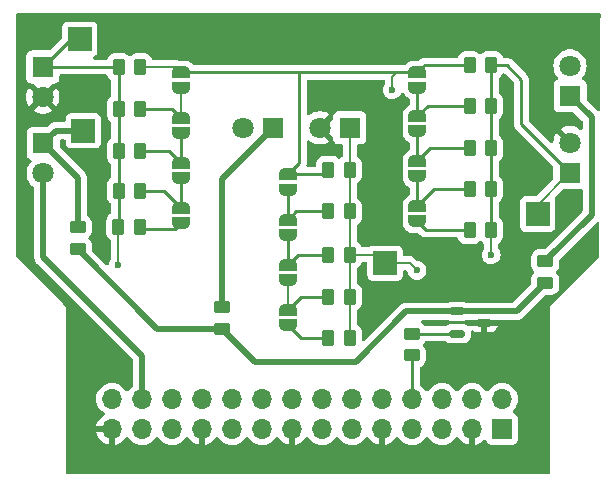
<source format=gbr>
%TF.GenerationSoftware,KiCad,Pcbnew,8.0.0*%
%TF.CreationDate,2024-03-24T12:33:32+02:00*%
%TF.ProjectId,Sensing systemV3,53656e73-696e-4672-9073-797374656d56,rev?*%
%TF.SameCoordinates,Original*%
%TF.FileFunction,Copper,L1,Top*%
%TF.FilePolarity,Positive*%
%FSLAX46Y46*%
G04 Gerber Fmt 4.6, Leading zero omitted, Abs format (unit mm)*
G04 Created by KiCad (PCBNEW 8.0.0) date 2024-03-24 12:33:32*
%MOMM*%
%LPD*%
G01*
G04 APERTURE LIST*
G04 Aperture macros list*
%AMRoundRect*
0 Rectangle with rounded corners*
0 $1 Rounding radius*
0 $2 $3 $4 $5 $6 $7 $8 $9 X,Y pos of 4 corners*
0 Add a 4 corners polygon primitive as box body*
4,1,4,$2,$3,$4,$5,$6,$7,$8,$9,$2,$3,0*
0 Add four circle primitives for the rounded corners*
1,1,$1+$1,$2,$3*
1,1,$1+$1,$4,$5*
1,1,$1+$1,$6,$7*
1,1,$1+$1,$8,$9*
0 Add four rect primitives between the rounded corners*
20,1,$1+$1,$2,$3,$4,$5,0*
20,1,$1+$1,$4,$5,$6,$7,0*
20,1,$1+$1,$6,$7,$8,$9,0*
20,1,$1+$1,$8,$9,$2,$3,0*%
%AMFreePoly0*
4,1,19,0.500000,-0.750000,0.000000,-0.750000,0.000000,-0.744911,-0.071157,-0.744911,-0.207708,-0.704816,-0.327430,-0.627875,-0.420627,-0.520320,-0.479746,-0.390866,-0.500000,-0.250000,-0.500000,0.250000,-0.479746,0.390866,-0.420627,0.520320,-0.327430,0.627875,-0.207708,0.704816,-0.071157,0.744911,0.000000,0.744911,0.000000,0.750000,0.500000,0.750000,0.500000,-0.750000,0.500000,-0.750000,
$1*%
%AMFreePoly1*
4,1,19,0.000000,0.744911,0.071157,0.744911,0.207708,0.704816,0.327430,0.627875,0.420627,0.520320,0.479746,0.390866,0.500000,0.250000,0.500000,-0.250000,0.479746,-0.390866,0.420627,-0.520320,0.327430,-0.627875,0.207708,-0.704816,0.071157,-0.744911,0.000000,-0.744911,0.000000,-0.750000,-0.500000,-0.750000,-0.500000,0.750000,0.000000,0.750000,0.000000,0.744911,0.000000,0.744911,
$1*%
G04 Aperture macros list end*
%TA.AperFunction,SMDPad,CuDef*%
%ADD10R,2.000000X2.000000*%
%TD*%
%TA.AperFunction,SMDPad,CuDef*%
%ADD11RoundRect,0.250000X0.262500X0.450000X-0.262500X0.450000X-0.262500X-0.450000X0.262500X-0.450000X0*%
%TD*%
%TA.AperFunction,SMDPad,CuDef*%
%ADD12RoundRect,0.250000X-0.450000X0.262500X-0.450000X-0.262500X0.450000X-0.262500X0.450000X0.262500X0*%
%TD*%
%TA.AperFunction,SMDPad,CuDef*%
%ADD13FreePoly0,270.000000*%
%TD*%
%TA.AperFunction,SMDPad,CuDef*%
%ADD14FreePoly1,270.000000*%
%TD*%
%TA.AperFunction,SMDPad,CuDef*%
%ADD15RoundRect,0.250000X-0.262500X-0.450000X0.262500X-0.450000X0.262500X0.450000X-0.262500X0.450000X0*%
%TD*%
%TA.AperFunction,ComponentPad*%
%ADD16R,1.800000X1.800000*%
%TD*%
%TA.AperFunction,ComponentPad*%
%ADD17C,1.800000*%
%TD*%
%TA.AperFunction,SMDPad,CuDef*%
%ADD18RoundRect,0.150000X-0.512500X-0.150000X0.512500X-0.150000X0.512500X0.150000X-0.512500X0.150000X0*%
%TD*%
%TA.AperFunction,SMDPad,CuDef*%
%ADD19RoundRect,0.250000X0.450000X-0.262500X0.450000X0.262500X-0.450000X0.262500X-0.450000X-0.262500X0*%
%TD*%
%TA.AperFunction,ComponentPad*%
%ADD20O,1.700000X1.700000*%
%TD*%
%TA.AperFunction,ComponentPad*%
%ADD21R,1.700000X1.700000*%
%TD*%
%TA.AperFunction,ViaPad*%
%ADD22C,0.600000*%
%TD*%
%TA.AperFunction,Conductor*%
%ADD23C,0.500000*%
%TD*%
%TA.AperFunction,Conductor*%
%ADD24C,0.200000*%
%TD*%
%TA.AperFunction,Conductor*%
%ADD25C,0.250000*%
%TD*%
G04 APERTURE END LIST*
D10*
%TO.P,TP3,1,1*%
%TO.N,/PA3*%
X90424000Y-90119200D03*
%TD*%
D11*
%TO.P,R8,1*%
%TO.N,Net-(JP3-B)*%
X69695000Y-83980000D03*
%TO.P,R8,2*%
%TO.N,/PA7*%
X67870000Y-83980000D03*
%TD*%
D12*
%TO.P,R2,1*%
%TO.N,Net-(D2-K)*%
X76581000Y-93827600D03*
%TO.P,R2,2*%
%TO.N,Net-(Q1-C)*%
X76581000Y-95652600D03*
%TD*%
D13*
%TO.P,JP4,1,A*%
%TO.N,Net-(JP3-B)*%
X73152000Y-85450000D03*
D14*
%TO.P,JP4,2,B*%
%TO.N,Net-(JP4-B)*%
X73152000Y-86750000D03*
%TD*%
D13*
%TO.P,JP1,1,A*%
%TO.N,3V3*%
X73152000Y-73964800D03*
D14*
%TO.P,JP1,2,B*%
%TO.N,Net-(JP1-B)*%
X73152000Y-75264800D03*
%TD*%
D15*
%TO.P,R16,1*%
%TO.N,Net-(JP10-A)*%
X97574400Y-76803200D03*
%TO.P,R16,2*%
%TO.N,/PA4*%
X99399400Y-76803200D03*
%TD*%
%TO.P,R14,1*%
%TO.N,Net-(JP8-B)*%
X85600000Y-96434900D03*
%TO.P,R14,2*%
%TO.N,/PA3*%
X87425000Y-96434900D03*
%TD*%
D13*
%TO.P,JP12,1,A*%
%TO.N,Net-(JP11-B)*%
X93152900Y-85283200D03*
D14*
%TO.P,JP12,2,B*%
%TO.N,Net-(JP12-B)*%
X93152900Y-86583200D03*
%TD*%
D12*
%TO.P,R3,1*%
%TO.N,Net-(D3-K)*%
X103971400Y-89956800D03*
%TO.P,R3,2*%
%TO.N,Net-(Q1-C)*%
X103971400Y-91781800D03*
%TD*%
D13*
%TO.P,JP2,1,A*%
%TO.N,Net-(JP1-B)*%
X73152000Y-77830000D03*
D14*
%TO.P,JP2,2,B*%
%TO.N,Net-(JP2-B)*%
X73152000Y-79130000D03*
%TD*%
D12*
%TO.P,R1,1*%
%TO.N,Net-(D1-K)*%
X64389000Y-87071200D03*
%TO.P,R1,2*%
%TO.N,Net-(Q1-C)*%
X64389000Y-88896200D03*
%TD*%
D10*
%TO.P,TP2,1,1*%
%TO.N,/PA7*%
X64566800Y-71170800D03*
%TD*%
D16*
%TO.P,D2,1,K*%
%TO.N,Net-(D2-K)*%
X80935000Y-78638400D03*
D17*
%TO.P,D2,2,A*%
%TO.N,BATT*%
X78395000Y-78638400D03*
%TD*%
D13*
%TO.P,JP3,1,A*%
%TO.N,Net-(JP2-B)*%
X73152000Y-81640000D03*
D14*
%TO.P,JP3,2,B*%
%TO.N,Net-(JP3-B)*%
X73152000Y-82940000D03*
%TD*%
D13*
%TO.P,JP10,1,A*%
%TO.N,Net-(JP10-A)*%
X93152900Y-77663200D03*
D14*
%TO.P,JP10,2,B*%
%TO.N,Net-(JP10-B)*%
X93152900Y-78963200D03*
%TD*%
D16*
%TO.P,D5,1,K*%
%TO.N,/PA3*%
X87440000Y-78643000D03*
D17*
%TO.P,D5,2,A*%
%TO.N,GND*%
X84900000Y-78643000D03*
%TD*%
D16*
%TO.P,D6,1,K*%
%TO.N,/PA4*%
X106070400Y-82438400D03*
D17*
%TO.P,D6,2,A*%
%TO.N,GND*%
X106070400Y-79898400D03*
%TD*%
D15*
%TO.P,R13,1*%
%TO.N,Net-(JP7-B)*%
X85600000Y-92940900D03*
%TO.P,R13,2*%
%TO.N,/PA3*%
X87425000Y-92940900D03*
%TD*%
%TO.P,R17,1*%
%TO.N,Net-(JP10-B)*%
X97574400Y-80399200D03*
%TO.P,R17,2*%
%TO.N,/PA4*%
X99399400Y-80399200D03*
%TD*%
D13*
%TO.P,JP8,1,A*%
%TO.N,Net-(JP7-B)*%
X82192600Y-94055900D03*
D14*
%TO.P,JP8,2,B*%
%TO.N,Net-(JP8-B)*%
X82192600Y-95355900D03*
%TD*%
D15*
%TO.P,R10,1*%
%TO.N,3V3*%
X85600000Y-82209900D03*
%TO.P,R10,2*%
%TO.N,/PA3*%
X87425000Y-82209900D03*
%TD*%
D13*
%TO.P,JP6,1,A*%
%TO.N,Net-(JP5-B)*%
X82192600Y-86435900D03*
D14*
%TO.P,JP6,2,B*%
%TO.N,Net-(JP6-B)*%
X82192600Y-87735900D03*
%TD*%
D10*
%TO.P,TP4,1,1*%
%TO.N,/PA4*%
X103327200Y-85953600D03*
%TD*%
D15*
%TO.P,R15,1*%
%TO.N,3V3*%
X97574400Y-73345200D03*
%TO.P,R15,2*%
%TO.N,/PA4*%
X99399400Y-73345200D03*
%TD*%
D10*
%TO.P,TP1,1,1*%
%TO.N,Net-(D1-K)*%
X64871600Y-78892400D03*
%TD*%
D13*
%TO.P,JP5,1,A*%
%TO.N,3V3*%
X82192600Y-82595900D03*
D14*
%TO.P,JP5,2,B*%
%TO.N,Net-(JP5-B)*%
X82192600Y-83895900D03*
%TD*%
D11*
%TO.P,R9,1*%
%TO.N,Net-(JP4-B)*%
X69637000Y-87020000D03*
%TO.P,R9,2*%
%TO.N,/PA7*%
X67812000Y-87020000D03*
%TD*%
%TO.P,R6,1*%
%TO.N,Net-(JP1-B)*%
X69699000Y-77056000D03*
%TO.P,R6,2*%
%TO.N,/PA7*%
X67874000Y-77056000D03*
%TD*%
D18*
%TO.P,Q1,1,C*%
%TO.N,Net-(Q1-C)*%
X96520000Y-94200000D03*
%TO.P,Q1,2,B*%
%TO.N,Net-(Q1-B)*%
X96520000Y-96100000D03*
%TO.P,Q1,3,E*%
%TO.N,GND*%
X98795000Y-95150000D03*
%TD*%
D16*
%TO.P,D4,1,K*%
%TO.N,/PA7*%
X61441600Y-73507600D03*
D17*
%TO.P,D4,2,A*%
%TO.N,GND*%
X61441600Y-76047600D03*
%TD*%
D13*
%TO.P,JP9,1,A*%
%TO.N,3V3*%
X93152900Y-73965200D03*
D14*
%TO.P,JP9,2,B*%
%TO.N,Net-(JP10-A)*%
X93152900Y-75265200D03*
%TD*%
D15*
%TO.P,R18,1*%
%TO.N,Net-(JP11-B)*%
X97574400Y-83857200D03*
%TO.P,R18,2*%
%TO.N,/PA4*%
X99399400Y-83857200D03*
%TD*%
D13*
%TO.P,JP11,1,A*%
%TO.N,Net-(JP10-B)*%
X93152900Y-81473200D03*
D14*
%TO.P,JP11,2,B*%
%TO.N,Net-(JP11-B)*%
X93152900Y-82773200D03*
%TD*%
D15*
%TO.P,R11,1*%
%TO.N,Net-(JP5-B)*%
X85600000Y-85734900D03*
%TO.P,R11,2*%
%TO.N,/PA3*%
X87425000Y-85734900D03*
%TD*%
%TO.P,R12,1*%
%TO.N,Net-(JP6-B)*%
X85600000Y-89384900D03*
%TO.P,R12,2*%
%TO.N,/PA3*%
X87425000Y-89384900D03*
%TD*%
D13*
%TO.P,JP7,1,A*%
%TO.N,Net-(JP6-B)*%
X82192600Y-90245900D03*
D14*
%TO.P,JP7,2,B*%
%TO.N,Net-(JP7-B)*%
X82192600Y-91545900D03*
%TD*%
D19*
%TO.P,R4,1*%
%TO.N,/PE15*%
X92700000Y-97925000D03*
%TO.P,R4,2*%
%TO.N,Net-(Q1-B)*%
X92700000Y-96100000D03*
%TD*%
D15*
%TO.P,R19,1*%
%TO.N,Net-(JP12-B)*%
X97574400Y-87315200D03*
%TO.P,R19,2*%
%TO.N,/PA4*%
X99399400Y-87315200D03*
%TD*%
D11*
%TO.P,R7,1*%
%TO.N,Net-(JP2-B)*%
X69695000Y-80612000D03*
%TO.P,R7,2*%
%TO.N,/PA7*%
X67870000Y-80612000D03*
%TD*%
%TO.P,R5,1*%
%TO.N,3V3*%
X69699000Y-73500000D03*
%TO.P,R5,2*%
%TO.N,/PA7*%
X67874000Y-73500000D03*
%TD*%
D16*
%TO.P,D1,1,K*%
%TO.N,Net-(D1-K)*%
X61468000Y-79972000D03*
D17*
%TO.P,D1,2,A*%
%TO.N,BATT*%
X61468000Y-82512000D03*
%TD*%
D16*
%TO.P,D3,1,K*%
%TO.N,Net-(D3-K)*%
X106078400Y-75939800D03*
D17*
%TO.P,D3,2,A*%
%TO.N,BATT*%
X106078400Y-73399800D03*
%TD*%
D20*
%TO.P,J1,28,Pin_28*%
%TO.N,3V3*%
X67310000Y-101600000D03*
%TO.P,J1,27,Pin_27*%
%TO.N,GND*%
X67310000Y-104140000D03*
%TO.P,J1,26,Pin_26*%
%TO.N,BATT*%
X69850000Y-101600000D03*
%TO.P,J1,25,Pin_25*%
%TO.N,/AB0*%
X69850000Y-104140000D03*
%TO.P,J1,24,Pin_24*%
%TO.N,/RESV1*%
X72390000Y-101600000D03*
%TO.P,J1,23,Pin_23*%
%TO.N,/PC5*%
X72390000Y-104140000D03*
%TO.P,J1,22,Pin_22*%
%TO.N,/PE8*%
X74930000Y-101600000D03*
%TO.P,J1,21,Pin_21*%
%TO.N,GND*%
X74930000Y-104140000D03*
%TO.P,J1,20,Pin_20*%
%TO.N,/PE9*%
X77470000Y-101600000D03*
%TO.P,J1,19,Pin_19*%
%TO.N,/PC4*%
X77470000Y-104140000D03*
%TO.P,J1,18,Pin_18*%
%TO.N,/PE10*%
X80010000Y-101600000D03*
%TO.P,J1,17,Pin_17*%
%TO.N,/PA7*%
X80010000Y-104140000D03*
%TO.P,J1,16,Pin_16*%
%TO.N,/PE11*%
X82550000Y-101600000D03*
%TO.P,J1,15,Pin_15*%
%TO.N,GND*%
X82550000Y-104140000D03*
%TO.P,J1,14,Pin_14*%
%TO.N,/PE12*%
X85090000Y-101600000D03*
%TO.P,J1,13,Pin_13*%
%TO.N,/PA6*%
X85090000Y-104140000D03*
%TO.P,J1,12,Pin_12*%
%TO.N,/PE13*%
X87630000Y-101600000D03*
%TO.P,J1,11,Pin_11*%
%TO.N,/PA5*%
X87630000Y-104140000D03*
%TO.P,J1,10,Pin_10*%
%TO.N,/PE14*%
X90170000Y-101600000D03*
%TO.P,J1,9,Pin_9*%
%TO.N,GND*%
X90170000Y-104140000D03*
%TO.P,J1,8,Pin_8*%
%TO.N,/PE15*%
X92710000Y-101600000D03*
%TO.P,J1,7,Pin_7*%
%TO.N,/PA4*%
X92710000Y-104140000D03*
%TO.P,J1,6,Pin_6*%
%TO.N,/RESV2*%
X95250000Y-101600000D03*
%TO.P,J1,5,Pin_5*%
%TO.N,/PA3*%
X95250000Y-104140000D03*
%TO.P,J1,4,Pin_4*%
%TO.N,BATT*%
X97790000Y-101600000D03*
%TO.P,J1,3,Pin_3*%
%TO.N,GND*%
X97790000Y-104140000D03*
%TO.P,J1,2,Pin_2*%
%TO.N,3V3*%
X100330000Y-101600000D03*
D21*
%TO.P,J1,1,Pin_1*%
%TO.N,/RESV3*%
X100330000Y-104140000D03*
%TD*%
D22*
%TO.N,3V3*%
X91033600Y-75438000D03*
%TO.N,/PA3*%
X93116400Y-90728800D03*
%TO.N,/PA4*%
X99400000Y-89400000D03*
%TO.N,/PA7*%
X67818000Y-90271600D03*
%TD*%
D23*
%TO.N,Net-(Q1-C)*%
X71145400Y-95652600D02*
X64389000Y-88896200D01*
X76581000Y-95652600D02*
X71145400Y-95652600D01*
X64389000Y-89154000D02*
X64389000Y-88896200D01*
X79378800Y-98450400D02*
X87934800Y-98450400D01*
X76581000Y-95652600D02*
X79378800Y-98450400D01*
%TO.N,Net-(D2-K)*%
X76581000Y-82992400D02*
X80935000Y-78638400D01*
X76581000Y-93827600D02*
X76581000Y-82992400D01*
%TO.N,Net-(Q1-C)*%
X92185200Y-94200000D02*
X96520000Y-94200000D01*
X87934800Y-98450400D02*
X92185200Y-94200000D01*
D24*
%TO.N,3V3*%
X91033600Y-74320800D02*
X91389200Y-73965200D01*
D25*
X91389200Y-73965200D02*
X83159600Y-73965200D01*
X93152900Y-73965200D02*
X91389200Y-73965200D01*
D24*
X91033600Y-75438000D02*
X91033600Y-74320800D01*
%TO.N,/PA3*%
X92506800Y-90119200D02*
X90424000Y-90119200D01*
X93116400Y-90728800D02*
X92506800Y-90119200D01*
X89689700Y-89384900D02*
X90424000Y-90119200D01*
X87425000Y-89384900D02*
X89689700Y-89384900D01*
D25*
%TO.N,3V3*%
X83159600Y-81628900D02*
X83159600Y-73965200D01*
X82192600Y-82595900D02*
X83159600Y-81628900D01*
X83159600Y-73965200D02*
X77012400Y-73965200D01*
D24*
%TO.N,/PA3*%
X87425000Y-82209900D02*
X87425000Y-78658000D01*
X87425000Y-78658000D02*
X87440000Y-78643000D01*
%TO.N,3V3*%
X72687200Y-73500000D02*
X73152000Y-73964800D01*
X69699000Y-73500000D02*
X72687200Y-73500000D01*
%TO.N,Net-(JP1-B)*%
X73152000Y-75264800D02*
X73152000Y-77830000D01*
D25*
%TO.N,3V3*%
X77012000Y-73964800D02*
X73152000Y-73964800D01*
X77012400Y-73965200D02*
X77012000Y-73964800D01*
D23*
%TO.N,BATT*%
X69850000Y-97993200D02*
X69850000Y-101600000D01*
X61467000Y-89610200D02*
X69850000Y-97993200D01*
X61467000Y-82513000D02*
X61467000Y-89610200D01*
X61468000Y-82512000D02*
X61467000Y-82513000D01*
%TO.N,Net-(D1-K)*%
X64389000Y-82893000D02*
X64389000Y-87071200D01*
X61468000Y-79972000D02*
X64389000Y-82893000D01*
X62547600Y-78892400D02*
X64871600Y-78892400D01*
X61468000Y-79972000D02*
X62547600Y-78892400D01*
%TO.N,Net-(D3-K)*%
X107899200Y-77760600D02*
X106078400Y-75939800D01*
X107899200Y-86029000D02*
X107899200Y-77760600D01*
X103971400Y-89956800D02*
X107899200Y-86029000D01*
D25*
%TO.N,/PA4*%
X100726400Y-73345200D02*
X101955600Y-74574400D01*
D24*
X99399400Y-89399400D02*
X99399400Y-87315200D01*
D25*
X99399400Y-73345200D02*
X100726400Y-73345200D01*
D24*
X99400000Y-89400000D02*
X99399400Y-89399400D01*
X103327200Y-85953600D02*
X103327200Y-85181600D01*
D25*
X101955600Y-78323600D02*
X106070400Y-82438400D01*
D24*
X103327200Y-85181600D02*
X105769880Y-82738920D01*
D25*
X99399400Y-83857200D02*
X99399400Y-80399200D01*
X99399400Y-80399200D02*
X99399400Y-76803200D01*
X99399400Y-87315200D02*
X99399400Y-83857200D01*
X101955600Y-74574400D02*
X101955600Y-78323600D01*
X99399400Y-76803200D02*
X99399400Y-73345200D01*
%TO.N,3V3*%
X97574400Y-73345200D02*
X93772900Y-73345200D01*
X93772900Y-73345200D02*
X93152900Y-73965200D01*
X85214000Y-82595900D02*
X85600000Y-82209900D01*
X82192600Y-82595900D02*
X85214000Y-82595900D01*
D24*
%TO.N,/PA3*%
X87425000Y-85734900D02*
X87425000Y-89384900D01*
X87440000Y-82194900D02*
X87425000Y-82209900D01*
X87425000Y-82209900D02*
X87425000Y-85734900D01*
X87425000Y-92940900D02*
X87425000Y-96009900D01*
X87425000Y-89384900D02*
X87425000Y-92940900D01*
X87440000Y-81769900D02*
X87425000Y-81784900D01*
D25*
%TO.N,/PA7*%
X67874000Y-73500000D02*
X67874000Y-77056000D01*
X67874000Y-77500000D02*
X67870000Y-77504000D01*
X61449200Y-73500000D02*
X61475600Y-73500000D01*
X67874000Y-73500000D02*
X61449200Y-73500000D01*
X67865000Y-83985000D02*
X67870000Y-83980000D01*
X67870000Y-83980000D02*
X67870000Y-80612000D01*
X67874000Y-77056000D02*
X67874000Y-77500000D01*
X67870000Y-77504000D02*
X67870000Y-80612000D01*
D24*
X67812000Y-88336000D02*
X67812000Y-87020000D01*
D25*
X61441600Y-73507600D02*
X61449200Y-73500000D01*
X67865000Y-87250000D02*
X67865000Y-83985000D01*
X61475600Y-73500000D02*
X63804800Y-71170800D01*
D24*
X67818000Y-90271600D02*
X67818000Y-88342000D01*
X67818000Y-88342000D02*
X67812000Y-88336000D01*
D25*
X63804800Y-71170800D02*
X64566800Y-71170800D01*
X67866400Y-73507600D02*
X67874000Y-73500000D01*
%TO.N,/PE8*%
X74900000Y-101570000D02*
X74930000Y-101600000D01*
%TO.N,/PE15*%
X92710000Y-101600000D02*
X92710000Y-97935000D01*
X92710000Y-97935000D02*
X92700000Y-97925000D01*
%TO.N,Net-(JP1-B)*%
X69699000Y-77056000D02*
X72378000Y-77056000D01*
X72378000Y-77056000D02*
X73152000Y-77830000D01*
%TO.N,Net-(JP2-B)*%
X72124000Y-80612000D02*
X73152000Y-81640000D01*
X73152000Y-79130000D02*
X73152000Y-81640000D01*
X69695000Y-80612000D02*
X72124000Y-80612000D01*
%TO.N,Net-(JP3-B)*%
X73152000Y-82940000D02*
X73152000Y-85450000D01*
X69695000Y-83980000D02*
X71682000Y-83980000D01*
X71682000Y-83980000D02*
X73152000Y-85450000D01*
%TO.N,Net-(JP4-B)*%
X72652000Y-87250000D02*
X69690000Y-87250000D01*
X73152000Y-86750000D02*
X72652000Y-87250000D01*
%TO.N,Net-(JP6-B)*%
X83053600Y-89384900D02*
X82192600Y-90245900D01*
X85600000Y-89384900D02*
X83053600Y-89384900D01*
X82192600Y-87735900D02*
X82192600Y-90245900D01*
%TO.N,Net-(JP7-B)*%
X83307600Y-92940900D02*
X82192600Y-94055900D01*
D24*
X82192600Y-91545900D02*
X82192600Y-94055900D01*
D25*
X85600000Y-92940900D02*
X83307600Y-92940900D01*
D23*
%TO.N,Net-(Q1-C)*%
X101553200Y-94200000D02*
X103971400Y-91781800D01*
X96520000Y-94200000D02*
X101553200Y-94200000D01*
D25*
%TO.N,Net-(Q1-B)*%
X92700000Y-96100000D02*
X96562500Y-96100000D01*
%TO.N,Net-(JP5-B)*%
X82893600Y-85734900D02*
X82192600Y-86435900D01*
X85600000Y-85734900D02*
X82893600Y-85734900D01*
X82192600Y-83895900D02*
X82192600Y-86435900D01*
%TO.N,Net-(JP8-B)*%
X83271600Y-96434900D02*
X82192600Y-95355900D01*
X85600000Y-96434900D02*
X83271600Y-96434900D01*
%TO.N,Net-(JP10-A)*%
X97574400Y-76803200D02*
X94012900Y-76803200D01*
X94012900Y-76803200D02*
X93152900Y-77663200D01*
X93152900Y-75265200D02*
X93152900Y-77663200D01*
%TO.N,Net-(JP10-B)*%
X97574400Y-80399200D02*
X94226900Y-80399200D01*
X94226900Y-80399200D02*
X93152900Y-81473200D01*
X93152900Y-78963200D02*
X93152900Y-81473200D01*
%TO.N,Net-(JP11-B)*%
X97574400Y-83857200D02*
X94578900Y-83857200D01*
X94578900Y-83857200D02*
X93152900Y-85283200D01*
X93152900Y-82773200D02*
X93152900Y-85283200D01*
%TO.N,Net-(JP12-B)*%
X97574400Y-87315200D02*
X93884900Y-87315200D01*
X93884900Y-87315200D02*
X93152900Y-86583200D01*
%TD*%
%TA.AperFunction,Conductor*%
%TO.N,GND*%
G36*
X108601100Y-68947785D02*
G01*
X108646855Y-69000589D01*
X108658058Y-69052721D01*
X108654670Y-69727006D01*
X108617524Y-77118819D01*
X108597503Y-77185759D01*
X108544470Y-77231248D01*
X108475262Y-77240844D01*
X108411853Y-77211500D01*
X108405845Y-77205877D01*
X107515218Y-76315250D01*
X107481733Y-76253927D01*
X107478899Y-76227569D01*
X107478899Y-74991929D01*
X107478898Y-74991923D01*
X107478897Y-74991916D01*
X107472491Y-74932317D01*
X107468876Y-74922626D01*
X107422197Y-74797471D01*
X107422193Y-74797464D01*
X107335947Y-74682255D01*
X107335944Y-74682252D01*
X107220735Y-74596006D01*
X107220728Y-74596002D01*
X107140494Y-74566077D01*
X107084560Y-74524206D01*
X107060143Y-74458741D01*
X107074995Y-74390468D01*
X107092590Y-74365921D01*
X107187379Y-74262953D01*
X107314324Y-74068649D01*
X107407557Y-73856100D01*
X107464534Y-73631105D01*
X107483700Y-73399800D01*
X107483700Y-73399793D01*
X107464535Y-73168502D01*
X107464533Y-73168491D01*
X107407557Y-72943499D01*
X107314324Y-72730951D01*
X107187383Y-72536652D01*
X107187380Y-72536649D01*
X107187379Y-72536647D01*
X107030184Y-72365887D01*
X107030179Y-72365883D01*
X107030177Y-72365881D01*
X106847034Y-72223335D01*
X106847028Y-72223331D01*
X106642904Y-72112864D01*
X106642895Y-72112861D01*
X106423384Y-72037502D01*
X106251682Y-72008850D01*
X106194449Y-71999300D01*
X105962351Y-71999300D01*
X105916564Y-72006940D01*
X105733415Y-72037502D01*
X105513904Y-72112861D01*
X105513895Y-72112864D01*
X105309771Y-72223331D01*
X105309765Y-72223335D01*
X105126622Y-72365881D01*
X105126619Y-72365884D01*
X104969416Y-72536652D01*
X104842475Y-72730951D01*
X104749242Y-72943499D01*
X104692266Y-73168491D01*
X104692264Y-73168502D01*
X104673100Y-73399793D01*
X104673100Y-73399806D01*
X104692264Y-73631097D01*
X104692266Y-73631108D01*
X104749242Y-73856100D01*
X104842475Y-74068648D01*
X104969416Y-74262947D01*
X104969419Y-74262951D01*
X104969421Y-74262953D01*
X105064203Y-74365914D01*
X105095124Y-74428567D01*
X105087264Y-74497993D01*
X105043116Y-74552148D01*
X105016306Y-74566077D01*
X104936069Y-74596003D01*
X104936064Y-74596006D01*
X104820855Y-74682252D01*
X104820852Y-74682255D01*
X104734606Y-74797464D01*
X104734602Y-74797471D01*
X104684308Y-74932317D01*
X104677901Y-74991916D01*
X104677901Y-74991923D01*
X104677900Y-74991935D01*
X104677900Y-76887670D01*
X104677901Y-76887676D01*
X104684308Y-76947283D01*
X104734602Y-77082128D01*
X104734606Y-77082135D01*
X104820852Y-77197344D01*
X104820855Y-77197347D01*
X104936064Y-77283593D01*
X104936071Y-77283597D01*
X105070917Y-77333891D01*
X105070916Y-77333891D01*
X105077844Y-77334635D01*
X105130527Y-77340300D01*
X106366169Y-77340299D01*
X106433208Y-77359984D01*
X106453850Y-77376618D01*
X107112381Y-78035149D01*
X107145866Y-78096472D01*
X107148700Y-78122830D01*
X107148700Y-78709946D01*
X107129015Y-78776985D01*
X107076211Y-78822740D01*
X107007053Y-78832684D01*
X106948538Y-78807800D01*
X106838749Y-78722348D01*
X106634702Y-78611923D01*
X106634693Y-78611920D01*
X106415260Y-78536588D01*
X106186407Y-78498400D01*
X105954393Y-78498400D01*
X105725539Y-78536588D01*
X105506106Y-78611920D01*
X105506097Y-78611923D01*
X105302050Y-78722349D01*
X105271600Y-78746047D01*
X105981814Y-79456261D01*
X105896706Y-79479067D01*
X105794094Y-79538310D01*
X105710310Y-79622094D01*
X105651067Y-79724706D01*
X105628261Y-79809815D01*
X104919211Y-79100765D01*
X104834916Y-79229790D01*
X104741717Y-79442264D01*
X104684761Y-79667181D01*
X104668516Y-79863228D01*
X104643363Y-79928413D01*
X104586961Y-79969651D01*
X104517217Y-79973849D01*
X104457259Y-79940669D01*
X102617419Y-78100829D01*
X102583934Y-78039506D01*
X102581100Y-78013148D01*
X102581100Y-74512793D01*
X102581099Y-74512789D01*
X102571554Y-74464800D01*
X102557063Y-74391948D01*
X102509911Y-74278114D01*
X102509910Y-74278113D01*
X102509907Y-74278107D01*
X102441458Y-74175667D01*
X102441455Y-74175663D01*
X102351237Y-74085445D01*
X102351206Y-74085416D01*
X101216598Y-72950808D01*
X101216578Y-72950786D01*
X101125133Y-72859341D01*
X101073909Y-72825115D01*
X101022687Y-72790889D01*
X101022686Y-72790888D01*
X101022683Y-72790886D01*
X101022680Y-72790885D01*
X100942192Y-72757547D01*
X100908852Y-72743737D01*
X100908853Y-72743737D01*
X100895782Y-72741137D01*
X100843138Y-72730666D01*
X100815572Y-72725183D01*
X100788008Y-72719700D01*
X100788007Y-72719700D01*
X100788006Y-72719700D01*
X100483917Y-72719700D01*
X100416878Y-72700015D01*
X100371123Y-72647211D01*
X100366211Y-72634705D01*
X100359548Y-72614597D01*
X100346714Y-72575866D01*
X100254612Y-72426544D01*
X100130556Y-72302488D01*
X100002228Y-72223335D01*
X99981236Y-72210387D01*
X99981231Y-72210385D01*
X99979762Y-72209898D01*
X99814697Y-72155201D01*
X99814695Y-72155200D01*
X99711910Y-72144700D01*
X99086898Y-72144700D01*
X99086880Y-72144701D01*
X98984103Y-72155200D01*
X98984100Y-72155201D01*
X98817568Y-72210385D01*
X98817563Y-72210387D01*
X98668242Y-72302489D01*
X98574581Y-72396151D01*
X98513258Y-72429636D01*
X98443566Y-72424652D01*
X98399219Y-72396151D01*
X98305557Y-72302489D01*
X98305556Y-72302488D01*
X98177228Y-72223335D01*
X98156236Y-72210387D01*
X98156231Y-72210385D01*
X98154762Y-72209898D01*
X97989697Y-72155201D01*
X97989695Y-72155200D01*
X97886910Y-72144700D01*
X97261898Y-72144700D01*
X97261880Y-72144701D01*
X97159103Y-72155200D01*
X97159100Y-72155201D01*
X96992568Y-72210385D01*
X96992563Y-72210387D01*
X96843242Y-72302489D01*
X96719189Y-72426542D01*
X96627087Y-72575863D01*
X96627086Y-72575866D01*
X96607589Y-72634705D01*
X96567816Y-72692149D01*
X96503300Y-72718972D01*
X96489883Y-72719700D01*
X93711288Y-72719700D01*
X93597158Y-72742401D01*
X93597159Y-72742402D01*
X93590452Y-72743736D01*
X93590449Y-72743736D01*
X93590448Y-72743737D01*
X93590446Y-72743737D01*
X93590445Y-72743738D01*
X93476616Y-72790887D01*
X93395346Y-72845191D01*
X93395345Y-72845192D01*
X93374165Y-72859343D01*
X93353694Y-72879815D01*
X93310126Y-72923382D01*
X93248806Y-72956866D01*
X93222447Y-72959700D01*
X92887327Y-72959700D01*
X92887299Y-72959703D01*
X92830959Y-72959703D01*
X92697421Y-72978903D01*
X92697419Y-72978903D01*
X92688644Y-72980164D01*
X92550586Y-73020703D01*
X92419818Y-73080423D01*
X92419808Y-73080428D01*
X92419806Y-73080430D01*
X92386153Y-73102057D01*
X92298767Y-73158215D01*
X92298763Y-73158218D01*
X92190126Y-73252352D01*
X92190107Y-73252369D01*
X92190106Y-73252371D01*
X92151519Y-73296903D01*
X92092743Y-73334677D01*
X92057807Y-73339700D01*
X77083761Y-73339700D01*
X77075619Y-73339300D01*
X77073607Y-73339300D01*
X77073606Y-73339300D01*
X74247094Y-73339300D01*
X74180055Y-73319615D01*
X74153382Y-73296504D01*
X74149947Y-73292540D01*
X74114791Y-73251968D01*
X74018452Y-73168491D01*
X74006135Y-73157818D01*
X74006132Y-73157815D01*
X73979264Y-73140549D01*
X73885094Y-73080030D01*
X73885087Y-73080027D01*
X73885081Y-73080023D01*
X73760356Y-73023063D01*
X73756057Y-73020814D01*
X73616261Y-72979766D01*
X73616251Y-72979763D01*
X73488300Y-72961367D01*
X73473941Y-72959303D01*
X73473940Y-72959303D01*
X73417601Y-72959303D01*
X73417591Y-72959300D01*
X73366236Y-72959300D01*
X72984906Y-72959300D01*
X72922905Y-72942686D01*
X72918985Y-72940423D01*
X72918986Y-72940423D01*
X72855384Y-72923381D01*
X72766257Y-72899499D01*
X72608143Y-72899499D01*
X72600547Y-72899499D01*
X72600531Y-72899500D01*
X70791801Y-72899500D01*
X70724762Y-72879815D01*
X70679007Y-72827011D01*
X70674095Y-72814504D01*
X70666270Y-72790889D01*
X70646314Y-72730666D01*
X70554212Y-72581344D01*
X70430156Y-72457288D01*
X70280969Y-72365269D01*
X70280836Y-72365187D01*
X70280831Y-72365185D01*
X70279362Y-72364698D01*
X70114297Y-72310001D01*
X70114295Y-72310000D01*
X70011510Y-72299500D01*
X69386498Y-72299500D01*
X69386480Y-72299501D01*
X69283703Y-72310000D01*
X69283700Y-72310001D01*
X69117168Y-72365185D01*
X69117163Y-72365187D01*
X68967842Y-72457289D01*
X68874181Y-72550951D01*
X68812858Y-72584436D01*
X68743166Y-72579452D01*
X68698819Y-72550951D01*
X68605157Y-72457289D01*
X68605156Y-72457288D01*
X68455969Y-72365269D01*
X68455836Y-72365187D01*
X68455831Y-72365185D01*
X68454362Y-72364698D01*
X68289297Y-72310001D01*
X68289295Y-72310000D01*
X68186510Y-72299500D01*
X67561498Y-72299500D01*
X67561480Y-72299501D01*
X67458703Y-72310000D01*
X67458700Y-72310001D01*
X67292168Y-72365185D01*
X67292163Y-72365187D01*
X67142842Y-72457289D01*
X67018789Y-72581342D01*
X66926687Y-72730663D01*
X66926686Y-72730666D01*
X66917779Y-72757547D01*
X66907189Y-72789505D01*
X66867416Y-72846949D01*
X66802900Y-72873772D01*
X66789483Y-72874500D01*
X65799587Y-72874500D01*
X65732548Y-72854815D01*
X65686793Y-72802011D01*
X65676849Y-72732853D01*
X65705874Y-72669297D01*
X65756254Y-72634318D01*
X65809128Y-72614597D01*
X65809127Y-72614597D01*
X65809131Y-72614596D01*
X65924346Y-72528346D01*
X66010596Y-72413131D01*
X66060891Y-72278283D01*
X66067300Y-72218673D01*
X66067299Y-70122928D01*
X66060891Y-70063317D01*
X66010596Y-69928469D01*
X66010595Y-69928468D01*
X66010593Y-69928464D01*
X65924347Y-69813255D01*
X65924344Y-69813252D01*
X65809135Y-69727006D01*
X65809128Y-69727002D01*
X65674282Y-69676708D01*
X65674283Y-69676708D01*
X65614683Y-69670301D01*
X65614681Y-69670300D01*
X65614673Y-69670300D01*
X65614664Y-69670300D01*
X63518929Y-69670300D01*
X63518923Y-69670301D01*
X63459316Y-69676708D01*
X63324471Y-69727002D01*
X63324464Y-69727006D01*
X63209255Y-69813252D01*
X63209252Y-69813255D01*
X63123006Y-69928464D01*
X63123002Y-69928471D01*
X63072708Y-70063317D01*
X63066301Y-70122916D01*
X63066301Y-70122923D01*
X63066300Y-70122935D01*
X63066300Y-70973347D01*
X63046615Y-71040386D01*
X63029981Y-71061028D01*
X62020227Y-72070781D01*
X61958904Y-72104266D01*
X61932546Y-72107100D01*
X60493729Y-72107100D01*
X60493723Y-72107101D01*
X60434116Y-72113508D01*
X60299271Y-72163802D01*
X60299264Y-72163806D01*
X60184055Y-72250052D01*
X60184052Y-72250055D01*
X60097806Y-72365264D01*
X60097802Y-72365271D01*
X60047508Y-72500117D01*
X60041101Y-72559716D01*
X60041100Y-72559735D01*
X60041100Y-74455470D01*
X60041101Y-74455476D01*
X60047508Y-74515083D01*
X60097802Y-74649928D01*
X60097806Y-74649935D01*
X60184052Y-74765144D01*
X60184055Y-74765147D01*
X60299264Y-74851393D01*
X60299271Y-74851397D01*
X60344218Y-74868161D01*
X60434117Y-74901691D01*
X60493727Y-74908100D01*
X60604293Y-74908099D01*
X60671330Y-74927783D01*
X60691972Y-74944418D01*
X61353015Y-75605461D01*
X61267906Y-75628267D01*
X61165294Y-75687510D01*
X61081510Y-75771294D01*
X61022267Y-75873906D01*
X60999461Y-75959015D01*
X60290411Y-75249965D01*
X60206116Y-75378990D01*
X60112917Y-75591464D01*
X60055961Y-75816381D01*
X60036802Y-76047594D01*
X60036802Y-76047605D01*
X60055961Y-76278818D01*
X60112917Y-76503735D01*
X60206115Y-76716206D01*
X60290412Y-76845233D01*
X60999461Y-76136184D01*
X61022267Y-76221294D01*
X61081510Y-76323906D01*
X61165294Y-76407690D01*
X61267906Y-76466933D01*
X61353014Y-76489738D01*
X60642801Y-77199951D01*
X60673249Y-77223650D01*
X60877297Y-77334076D01*
X60877306Y-77334079D01*
X61096739Y-77409411D01*
X61325593Y-77447600D01*
X61557607Y-77447600D01*
X61786460Y-77409411D01*
X62005893Y-77334079D01*
X62005901Y-77334076D01*
X62209955Y-77223647D01*
X62240397Y-77199951D01*
X62240398Y-77199950D01*
X61530185Y-76489737D01*
X61615294Y-76466933D01*
X61717906Y-76407690D01*
X61801690Y-76323906D01*
X61860933Y-76221294D01*
X61883738Y-76136185D01*
X62592786Y-76845233D01*
X62677082Y-76716211D01*
X62770282Y-76503735D01*
X62827238Y-76278818D01*
X62846398Y-76047605D01*
X62846398Y-76047594D01*
X62827238Y-75816381D01*
X62770282Y-75591464D01*
X62677084Y-75378993D01*
X62592786Y-75249965D01*
X61883737Y-75959014D01*
X61860933Y-75873906D01*
X61801690Y-75771294D01*
X61717906Y-75687510D01*
X61615294Y-75628267D01*
X61530184Y-75605461D01*
X62191227Y-74944418D01*
X62252550Y-74910933D01*
X62278907Y-74908099D01*
X62389472Y-74908099D01*
X62449083Y-74901691D01*
X62583931Y-74851396D01*
X62699146Y-74765146D01*
X62785396Y-74649931D01*
X62835691Y-74515083D01*
X62842100Y-74455473D01*
X62842100Y-74249500D01*
X62861785Y-74182461D01*
X62914589Y-74136706D01*
X62966100Y-74125500D01*
X66789483Y-74125500D01*
X66856522Y-74145185D01*
X66902277Y-74197989D01*
X66907186Y-74210489D01*
X66924570Y-74262947D01*
X66926686Y-74269333D01*
X66926687Y-74269336D01*
X66961499Y-74325776D01*
X67018788Y-74418656D01*
X67142844Y-74542712D01*
X67189596Y-74571548D01*
X67236320Y-74623494D01*
X67248500Y-74677087D01*
X67248500Y-75878911D01*
X67228815Y-75945950D01*
X67189598Y-75984449D01*
X67142844Y-76013287D01*
X67018789Y-76137342D01*
X66926687Y-76286663D01*
X66926685Y-76286668D01*
X66917214Y-76315250D01*
X66871501Y-76453203D01*
X66871501Y-76453204D01*
X66871500Y-76453204D01*
X66861000Y-76555983D01*
X66861000Y-77556001D01*
X66861001Y-77556019D01*
X66871500Y-77658796D01*
X66871501Y-77658799D01*
X66926685Y-77825331D01*
X66926687Y-77825336D01*
X66955920Y-77872730D01*
X67018788Y-77974656D01*
X67142844Y-78098712D01*
X67185596Y-78125081D01*
X67232320Y-78177027D01*
X67244500Y-78230620D01*
X67244500Y-79434911D01*
X67224815Y-79501950D01*
X67185598Y-79540449D01*
X67138844Y-79569287D01*
X67014789Y-79693342D01*
X66922687Y-79842663D01*
X66922685Y-79842668D01*
X66899266Y-79913343D01*
X66867501Y-80009203D01*
X66867501Y-80009204D01*
X66867500Y-80009204D01*
X66857000Y-80111983D01*
X66857000Y-81112001D01*
X66857001Y-81112019D01*
X66867500Y-81214796D01*
X66867501Y-81214799D01*
X66922685Y-81381331D01*
X66922687Y-81381336D01*
X66950053Y-81425703D01*
X67014788Y-81530656D01*
X67138844Y-81654712D01*
X67185596Y-81683548D01*
X67232320Y-81735494D01*
X67244500Y-81789087D01*
X67244500Y-82802911D01*
X67224815Y-82869950D01*
X67185598Y-82908449D01*
X67138844Y-82937287D01*
X67014789Y-83061342D01*
X66922687Y-83210663D01*
X66922685Y-83210668D01*
X66904036Y-83266948D01*
X66867501Y-83377203D01*
X66867501Y-83377204D01*
X66867500Y-83377204D01*
X66857000Y-83479983D01*
X66857000Y-84480001D01*
X66857001Y-84480019D01*
X66867500Y-84582796D01*
X66867501Y-84582799D01*
X66907319Y-84702959D01*
X66922686Y-84749334D01*
X67014788Y-84898656D01*
X67138844Y-85022712D01*
X67180596Y-85048464D01*
X67227320Y-85100410D01*
X67239500Y-85154003D01*
X67239500Y-85810221D01*
X67219815Y-85877260D01*
X67180597Y-85915760D01*
X67080842Y-85977289D01*
X66956789Y-86101342D01*
X66864687Y-86250663D01*
X66864685Y-86250668D01*
X66836849Y-86334670D01*
X66809501Y-86417203D01*
X66809501Y-86417204D01*
X66809500Y-86417204D01*
X66799000Y-86519983D01*
X66799000Y-87520001D01*
X66799001Y-87520019D01*
X66809500Y-87622796D01*
X66809501Y-87622799D01*
X66864685Y-87789331D01*
X66864687Y-87789336D01*
X66873924Y-87804312D01*
X66956788Y-87938656D01*
X67080844Y-88062712D01*
X67152596Y-88106968D01*
X67199321Y-88158915D01*
X67211500Y-88212507D01*
X67211500Y-88249330D01*
X67211499Y-88249348D01*
X67211499Y-88256943D01*
X67211499Y-88415057D01*
X67213274Y-88421683D01*
X67217500Y-88453776D01*
X67217500Y-89689187D01*
X67197815Y-89756226D01*
X67190450Y-89766496D01*
X67188186Y-89769334D01*
X67092211Y-89922076D01*
X67032631Y-90092345D01*
X67032630Y-90092349D01*
X67022361Y-90183495D01*
X66995294Y-90247909D01*
X66937699Y-90287464D01*
X66867862Y-90289601D01*
X66811460Y-90257292D01*
X65625818Y-89071650D01*
X65592333Y-89010327D01*
X65589499Y-88983969D01*
X65589499Y-88583698D01*
X65589498Y-88583681D01*
X65578999Y-88480903D01*
X65578998Y-88480900D01*
X65574141Y-88466242D01*
X65523814Y-88314366D01*
X65431712Y-88165044D01*
X65338049Y-88071381D01*
X65304564Y-88010058D01*
X65309548Y-87940366D01*
X65338049Y-87896019D01*
X65382607Y-87851461D01*
X65431712Y-87802356D01*
X65523814Y-87653034D01*
X65578999Y-87486497D01*
X65589500Y-87383709D01*
X65589499Y-86758692D01*
X65584607Y-86710806D01*
X65578999Y-86655903D01*
X65578998Y-86655900D01*
X65562070Y-86604815D01*
X65523814Y-86489366D01*
X65431712Y-86340044D01*
X65307656Y-86215988D01*
X65198402Y-86148600D01*
X65151679Y-86096653D01*
X65139500Y-86043062D01*
X65139500Y-82819079D01*
X65110659Y-82674092D01*
X65110658Y-82674091D01*
X65110658Y-82674087D01*
X65106722Y-82664585D01*
X65054085Y-82537507D01*
X65054084Y-82537505D01*
X65014790Y-82478697D01*
X65014789Y-82478695D01*
X65014788Y-82478693D01*
X64971953Y-82414585D01*
X64971947Y-82414578D01*
X62904818Y-80347449D01*
X62871333Y-80286126D01*
X62868499Y-80259768D01*
X62868499Y-79766900D01*
X62888184Y-79699861D01*
X62940988Y-79654106D01*
X62992499Y-79642900D01*
X63247101Y-79642900D01*
X63314140Y-79662585D01*
X63359895Y-79715389D01*
X63371101Y-79766900D01*
X63371101Y-79940276D01*
X63377508Y-79999883D01*
X63427802Y-80134728D01*
X63427806Y-80134735D01*
X63514052Y-80249944D01*
X63514055Y-80249947D01*
X63629264Y-80336193D01*
X63629271Y-80336197D01*
X63764117Y-80386491D01*
X63764116Y-80386491D01*
X63771044Y-80387235D01*
X63823727Y-80392900D01*
X65919472Y-80392899D01*
X65979083Y-80386491D01*
X66113931Y-80336196D01*
X66229146Y-80249946D01*
X66315396Y-80134731D01*
X66365691Y-79999883D01*
X66372100Y-79940273D01*
X66372099Y-77844528D01*
X66365691Y-77784917D01*
X66362086Y-77775252D01*
X66315397Y-77650071D01*
X66315393Y-77650064D01*
X66229147Y-77534855D01*
X66229144Y-77534852D01*
X66113935Y-77448606D01*
X66113928Y-77448602D01*
X65979082Y-77398308D01*
X65979083Y-77398308D01*
X65919483Y-77391901D01*
X65919481Y-77391900D01*
X65919473Y-77391900D01*
X65919464Y-77391900D01*
X63823729Y-77391900D01*
X63823723Y-77391901D01*
X63764116Y-77398308D01*
X63629271Y-77448602D01*
X63629264Y-77448606D01*
X63514055Y-77534852D01*
X63514052Y-77534855D01*
X63427806Y-77650064D01*
X63427802Y-77650071D01*
X63377508Y-77784917D01*
X63373163Y-77825336D01*
X63371101Y-77844523D01*
X63371100Y-77844535D01*
X63371100Y-78017900D01*
X63351415Y-78084939D01*
X63298611Y-78130694D01*
X63247100Y-78141900D01*
X62473680Y-78141900D01*
X62328692Y-78170740D01*
X62328682Y-78170743D01*
X62192111Y-78227312D01*
X62192098Y-78227319D01*
X62148429Y-78256499D01*
X62148428Y-78256499D01*
X62069189Y-78309444D01*
X62069181Y-78309450D01*
X61843450Y-78535181D01*
X61782127Y-78568666D01*
X61755769Y-78571500D01*
X60520129Y-78571500D01*
X60520123Y-78571501D01*
X60460516Y-78577908D01*
X60325671Y-78628202D01*
X60325664Y-78628206D01*
X60210455Y-78714452D01*
X60210452Y-78714455D01*
X60124206Y-78829664D01*
X60124202Y-78829671D01*
X60073908Y-78964517D01*
X60067501Y-79024116D01*
X60067500Y-79024135D01*
X60067500Y-80919870D01*
X60067501Y-80919876D01*
X60073908Y-80979483D01*
X60124202Y-81114328D01*
X60124206Y-81114335D01*
X60210452Y-81229544D01*
X60210455Y-81229547D01*
X60325664Y-81315793D01*
X60325673Y-81315798D01*
X60405904Y-81345722D01*
X60461838Y-81387593D01*
X60486256Y-81453057D01*
X60471405Y-81521330D01*
X60453802Y-81545886D01*
X60359019Y-81648849D01*
X60232075Y-81843151D01*
X60138842Y-82055699D01*
X60081866Y-82280691D01*
X60081864Y-82280702D01*
X60062700Y-82511993D01*
X60062700Y-82512006D01*
X60081864Y-82743297D01*
X60081866Y-82743308D01*
X60138842Y-82968300D01*
X60232075Y-83180848D01*
X60359016Y-83375147D01*
X60359019Y-83375151D01*
X60359021Y-83375153D01*
X60516216Y-83545913D01*
X60516219Y-83545915D01*
X60516222Y-83545918D01*
X60668662Y-83664567D01*
X60709475Y-83721277D01*
X60716500Y-83762420D01*
X60716500Y-89684118D01*
X60716500Y-89684120D01*
X60716499Y-89684120D01*
X60745340Y-89829107D01*
X60745343Y-89829117D01*
X60801912Y-89965688D01*
X60801920Y-89965702D01*
X60824769Y-89999897D01*
X60824770Y-89999900D01*
X60884046Y-90088614D01*
X60884052Y-90088621D01*
X69063181Y-98267748D01*
X69096666Y-98329071D01*
X69099500Y-98355429D01*
X69099500Y-100412298D01*
X69079815Y-100479337D01*
X69046625Y-100513872D01*
X68978595Y-100561507D01*
X68811505Y-100728597D01*
X68681575Y-100914158D01*
X68626998Y-100957783D01*
X68557500Y-100964977D01*
X68495145Y-100933454D01*
X68478425Y-100914158D01*
X68348494Y-100728597D01*
X68181402Y-100561506D01*
X68181395Y-100561501D01*
X67987834Y-100425967D01*
X67987830Y-100425965D01*
X67935500Y-100401563D01*
X67773663Y-100326097D01*
X67773659Y-100326096D01*
X67773655Y-100326094D01*
X67545413Y-100264938D01*
X67545403Y-100264936D01*
X67310001Y-100244341D01*
X67309999Y-100244341D01*
X67074596Y-100264936D01*
X67074586Y-100264938D01*
X66846344Y-100326094D01*
X66846335Y-100326098D01*
X66632171Y-100425964D01*
X66632169Y-100425965D01*
X66438597Y-100561505D01*
X66271505Y-100728597D01*
X66135965Y-100922169D01*
X66135964Y-100922171D01*
X66036098Y-101136335D01*
X66036094Y-101136344D01*
X65974938Y-101364586D01*
X65974936Y-101364596D01*
X65954341Y-101599999D01*
X65954341Y-101600000D01*
X65974936Y-101835403D01*
X65974938Y-101835413D01*
X66036094Y-102063655D01*
X66036096Y-102063659D01*
X66036097Y-102063663D01*
X66040000Y-102072032D01*
X66135965Y-102277830D01*
X66135967Y-102277834D01*
X66244281Y-102432521D01*
X66271505Y-102471401D01*
X66438599Y-102638495D01*
X66605439Y-102755318D01*
X66624594Y-102768730D01*
X66668219Y-102823307D01*
X66675413Y-102892805D01*
X66643890Y-102955160D01*
X66624595Y-102971880D01*
X66438922Y-103101890D01*
X66438920Y-103101891D01*
X66271891Y-103268920D01*
X66271886Y-103268926D01*
X66136400Y-103462420D01*
X66136399Y-103462422D01*
X66036570Y-103676507D01*
X66036567Y-103676513D01*
X65979364Y-103889999D01*
X65979364Y-103890000D01*
X66876988Y-103890000D01*
X66844075Y-103947007D01*
X66810000Y-104074174D01*
X66810000Y-104205826D01*
X66844075Y-104332993D01*
X66876988Y-104390000D01*
X65979364Y-104390000D01*
X66036567Y-104603486D01*
X66036570Y-104603492D01*
X66136399Y-104817578D01*
X66271894Y-105011082D01*
X66438917Y-105178105D01*
X66632421Y-105313600D01*
X66846507Y-105413429D01*
X66846516Y-105413433D01*
X67060000Y-105470634D01*
X67060000Y-104573012D01*
X67117007Y-104605925D01*
X67244174Y-104640000D01*
X67375826Y-104640000D01*
X67502993Y-104605925D01*
X67560000Y-104573012D01*
X67560000Y-105470633D01*
X67773483Y-105413433D01*
X67773492Y-105413429D01*
X67987578Y-105313600D01*
X68181082Y-105178105D01*
X68348105Y-105011082D01*
X68478119Y-104825405D01*
X68532696Y-104781781D01*
X68602195Y-104774588D01*
X68664549Y-104806110D01*
X68681269Y-104825405D01*
X68811505Y-105011401D01*
X68978599Y-105178495D01*
X69075384Y-105246265D01*
X69172165Y-105314032D01*
X69172167Y-105314033D01*
X69172170Y-105314035D01*
X69386337Y-105413903D01*
X69614592Y-105475063D01*
X69791034Y-105490500D01*
X69849999Y-105495659D01*
X69850000Y-105495659D01*
X69850001Y-105495659D01*
X69908966Y-105490500D01*
X70085408Y-105475063D01*
X70313663Y-105413903D01*
X70527830Y-105314035D01*
X70721401Y-105178495D01*
X70888495Y-105011401D01*
X71018425Y-104825842D01*
X71073002Y-104782217D01*
X71142500Y-104775023D01*
X71204855Y-104806546D01*
X71221575Y-104825842D01*
X71351281Y-105011082D01*
X71351505Y-105011401D01*
X71518599Y-105178495D01*
X71615384Y-105246265D01*
X71712165Y-105314032D01*
X71712167Y-105314033D01*
X71712170Y-105314035D01*
X71926337Y-105413903D01*
X72154592Y-105475063D01*
X72331034Y-105490500D01*
X72389999Y-105495659D01*
X72390000Y-105495659D01*
X72390001Y-105495659D01*
X72448966Y-105490500D01*
X72625408Y-105475063D01*
X72853663Y-105413903D01*
X73067830Y-105314035D01*
X73261401Y-105178495D01*
X73428495Y-105011401D01*
X73558730Y-104825405D01*
X73613307Y-104781781D01*
X73682805Y-104774587D01*
X73745160Y-104806110D01*
X73761879Y-104825405D01*
X73891890Y-105011078D01*
X74058917Y-105178105D01*
X74252421Y-105313600D01*
X74466507Y-105413429D01*
X74466516Y-105413433D01*
X74680000Y-105470634D01*
X74680000Y-104573012D01*
X74737007Y-104605925D01*
X74864174Y-104640000D01*
X74995826Y-104640000D01*
X75122993Y-104605925D01*
X75180000Y-104573012D01*
X75180000Y-105470633D01*
X75393483Y-105413433D01*
X75393492Y-105413429D01*
X75607578Y-105313600D01*
X75801082Y-105178105D01*
X75968105Y-105011082D01*
X76098119Y-104825405D01*
X76152696Y-104781781D01*
X76222195Y-104774588D01*
X76284549Y-104806110D01*
X76301269Y-104825405D01*
X76431505Y-105011401D01*
X76598599Y-105178495D01*
X76695384Y-105246265D01*
X76792165Y-105314032D01*
X76792167Y-105314033D01*
X76792170Y-105314035D01*
X77006337Y-105413903D01*
X77234592Y-105475063D01*
X77411034Y-105490500D01*
X77469999Y-105495659D01*
X77470000Y-105495659D01*
X77470001Y-105495659D01*
X77528966Y-105490500D01*
X77705408Y-105475063D01*
X77933663Y-105413903D01*
X78147830Y-105314035D01*
X78341401Y-105178495D01*
X78508495Y-105011401D01*
X78638425Y-104825842D01*
X78693002Y-104782217D01*
X78762500Y-104775023D01*
X78824855Y-104806546D01*
X78841575Y-104825842D01*
X78971281Y-105011082D01*
X78971505Y-105011401D01*
X79138599Y-105178495D01*
X79235384Y-105246265D01*
X79332165Y-105314032D01*
X79332167Y-105314033D01*
X79332170Y-105314035D01*
X79546337Y-105413903D01*
X79774592Y-105475063D01*
X79951034Y-105490500D01*
X80009999Y-105495659D01*
X80010000Y-105495659D01*
X80010001Y-105495659D01*
X80068966Y-105490500D01*
X80245408Y-105475063D01*
X80473663Y-105413903D01*
X80687830Y-105314035D01*
X80881401Y-105178495D01*
X81048495Y-105011401D01*
X81178730Y-104825405D01*
X81233307Y-104781781D01*
X81302805Y-104774587D01*
X81365160Y-104806110D01*
X81381879Y-104825405D01*
X81511890Y-105011078D01*
X81678917Y-105178105D01*
X81872421Y-105313600D01*
X82086507Y-105413429D01*
X82086516Y-105413433D01*
X82300000Y-105470634D01*
X82300000Y-104573012D01*
X82357007Y-104605925D01*
X82484174Y-104640000D01*
X82615826Y-104640000D01*
X82742993Y-104605925D01*
X82800000Y-104573012D01*
X82800000Y-105470633D01*
X83013483Y-105413433D01*
X83013492Y-105413429D01*
X83227578Y-105313600D01*
X83421082Y-105178105D01*
X83588105Y-105011082D01*
X83718119Y-104825405D01*
X83772696Y-104781781D01*
X83842195Y-104774588D01*
X83904549Y-104806110D01*
X83921269Y-104825405D01*
X84051505Y-105011401D01*
X84218599Y-105178495D01*
X84315384Y-105246265D01*
X84412165Y-105314032D01*
X84412167Y-105314033D01*
X84412170Y-105314035D01*
X84626337Y-105413903D01*
X84854592Y-105475063D01*
X85031034Y-105490500D01*
X85089999Y-105495659D01*
X85090000Y-105495659D01*
X85090001Y-105495659D01*
X85148966Y-105490500D01*
X85325408Y-105475063D01*
X85553663Y-105413903D01*
X85767830Y-105314035D01*
X85961401Y-105178495D01*
X86128495Y-105011401D01*
X86258425Y-104825842D01*
X86313002Y-104782217D01*
X86382500Y-104775023D01*
X86444855Y-104806546D01*
X86461575Y-104825842D01*
X86591281Y-105011082D01*
X86591505Y-105011401D01*
X86758599Y-105178495D01*
X86855384Y-105246265D01*
X86952165Y-105314032D01*
X86952167Y-105314033D01*
X86952170Y-105314035D01*
X87166337Y-105413903D01*
X87394592Y-105475063D01*
X87571034Y-105490500D01*
X87629999Y-105495659D01*
X87630000Y-105495659D01*
X87630001Y-105495659D01*
X87688966Y-105490500D01*
X87865408Y-105475063D01*
X88093663Y-105413903D01*
X88307830Y-105314035D01*
X88501401Y-105178495D01*
X88668495Y-105011401D01*
X88798730Y-104825405D01*
X88853307Y-104781781D01*
X88922805Y-104774587D01*
X88985160Y-104806110D01*
X89001879Y-104825405D01*
X89131890Y-105011078D01*
X89298917Y-105178105D01*
X89492421Y-105313600D01*
X89706507Y-105413429D01*
X89706516Y-105413433D01*
X89920000Y-105470634D01*
X89920000Y-104573012D01*
X89977007Y-104605925D01*
X90104174Y-104640000D01*
X90235826Y-104640000D01*
X90362993Y-104605925D01*
X90420000Y-104573012D01*
X90420000Y-105470633D01*
X90633483Y-105413433D01*
X90633492Y-105413429D01*
X90847578Y-105313600D01*
X91041082Y-105178105D01*
X91208105Y-105011082D01*
X91338119Y-104825405D01*
X91392696Y-104781781D01*
X91462195Y-104774588D01*
X91524549Y-104806110D01*
X91541269Y-104825405D01*
X91671505Y-105011401D01*
X91838599Y-105178495D01*
X91935384Y-105246265D01*
X92032165Y-105314032D01*
X92032167Y-105314033D01*
X92032170Y-105314035D01*
X92246337Y-105413903D01*
X92474592Y-105475063D01*
X92651034Y-105490500D01*
X92709999Y-105495659D01*
X92710000Y-105495659D01*
X92710001Y-105495659D01*
X92768966Y-105490500D01*
X92945408Y-105475063D01*
X93173663Y-105413903D01*
X93387830Y-105314035D01*
X93581401Y-105178495D01*
X93748495Y-105011401D01*
X93878425Y-104825842D01*
X93933002Y-104782217D01*
X94002500Y-104775023D01*
X94064855Y-104806546D01*
X94081575Y-104825842D01*
X94211281Y-105011082D01*
X94211505Y-105011401D01*
X94378599Y-105178495D01*
X94475384Y-105246265D01*
X94572165Y-105314032D01*
X94572167Y-105314033D01*
X94572170Y-105314035D01*
X94786337Y-105413903D01*
X95014592Y-105475063D01*
X95191034Y-105490500D01*
X95249999Y-105495659D01*
X95250000Y-105495659D01*
X95250001Y-105495659D01*
X95308966Y-105490500D01*
X95485408Y-105475063D01*
X95713663Y-105413903D01*
X95927830Y-105314035D01*
X96121401Y-105178495D01*
X96288495Y-105011401D01*
X96418730Y-104825405D01*
X96473307Y-104781781D01*
X96542805Y-104774587D01*
X96605160Y-104806110D01*
X96621879Y-104825405D01*
X96751890Y-105011078D01*
X96918917Y-105178105D01*
X97112421Y-105313600D01*
X97326507Y-105413429D01*
X97326516Y-105413433D01*
X97540000Y-105470634D01*
X97540000Y-104573012D01*
X97597007Y-104605925D01*
X97724174Y-104640000D01*
X97855826Y-104640000D01*
X97982993Y-104605925D01*
X98040000Y-104573012D01*
X98040000Y-105470633D01*
X98253483Y-105413433D01*
X98253492Y-105413429D01*
X98467578Y-105313600D01*
X98661078Y-105178108D01*
X98783133Y-105056053D01*
X98844456Y-105022568D01*
X98914148Y-105027552D01*
X98970082Y-105069423D01*
X98986997Y-105100401D01*
X99036202Y-105232328D01*
X99036206Y-105232335D01*
X99122452Y-105347544D01*
X99122455Y-105347547D01*
X99237664Y-105433793D01*
X99237671Y-105433797D01*
X99372517Y-105484091D01*
X99372516Y-105484091D01*
X99379444Y-105484835D01*
X99432127Y-105490500D01*
X101227872Y-105490499D01*
X101287483Y-105484091D01*
X101422331Y-105433796D01*
X101537546Y-105347546D01*
X101623796Y-105232331D01*
X101674091Y-105097483D01*
X101680500Y-105037873D01*
X101680499Y-103242128D01*
X101674091Y-103182517D01*
X101673002Y-103179598D01*
X101623797Y-103047671D01*
X101623793Y-103047664D01*
X101537547Y-102932455D01*
X101537544Y-102932452D01*
X101422335Y-102846206D01*
X101422328Y-102846202D01*
X101290917Y-102797189D01*
X101234983Y-102755318D01*
X101210566Y-102689853D01*
X101225418Y-102621580D01*
X101246563Y-102593332D01*
X101368495Y-102471401D01*
X101504035Y-102277830D01*
X101603903Y-102063663D01*
X101665063Y-101835408D01*
X101685659Y-101600000D01*
X101665063Y-101364592D01*
X101603903Y-101136337D01*
X101504035Y-100922171D01*
X101498425Y-100914158D01*
X101368494Y-100728597D01*
X101201402Y-100561506D01*
X101201395Y-100561501D01*
X101007834Y-100425967D01*
X101007830Y-100425965D01*
X100955500Y-100401563D01*
X100793663Y-100326097D01*
X100793659Y-100326096D01*
X100793655Y-100326094D01*
X100565413Y-100264938D01*
X100565403Y-100264936D01*
X100330001Y-100244341D01*
X100329999Y-100244341D01*
X100094596Y-100264936D01*
X100094586Y-100264938D01*
X99866344Y-100326094D01*
X99866335Y-100326098D01*
X99652171Y-100425964D01*
X99652169Y-100425965D01*
X99458597Y-100561505D01*
X99291505Y-100728597D01*
X99161575Y-100914158D01*
X99106998Y-100957783D01*
X99037500Y-100964977D01*
X98975145Y-100933454D01*
X98958425Y-100914158D01*
X98828494Y-100728597D01*
X98661402Y-100561506D01*
X98661395Y-100561501D01*
X98467834Y-100425967D01*
X98467830Y-100425965D01*
X98415500Y-100401563D01*
X98253663Y-100326097D01*
X98253659Y-100326096D01*
X98253655Y-100326094D01*
X98025413Y-100264938D01*
X98025403Y-100264936D01*
X97790001Y-100244341D01*
X97789999Y-100244341D01*
X97554596Y-100264936D01*
X97554586Y-100264938D01*
X97326344Y-100326094D01*
X97326335Y-100326098D01*
X97112171Y-100425964D01*
X97112169Y-100425965D01*
X96918597Y-100561505D01*
X96751505Y-100728597D01*
X96621575Y-100914158D01*
X96566998Y-100957783D01*
X96497500Y-100964977D01*
X96435145Y-100933454D01*
X96418425Y-100914158D01*
X96288494Y-100728597D01*
X96121402Y-100561506D01*
X96121395Y-100561501D01*
X95927834Y-100425967D01*
X95927830Y-100425965D01*
X95875500Y-100401563D01*
X95713663Y-100326097D01*
X95713659Y-100326096D01*
X95713655Y-100326094D01*
X95485413Y-100264938D01*
X95485403Y-100264936D01*
X95250001Y-100244341D01*
X95249999Y-100244341D01*
X95014596Y-100264936D01*
X95014586Y-100264938D01*
X94786344Y-100326094D01*
X94786335Y-100326098D01*
X94572171Y-100425964D01*
X94572169Y-100425965D01*
X94378597Y-100561505D01*
X94211505Y-100728597D01*
X94081575Y-100914158D01*
X94026998Y-100957783D01*
X93957500Y-100964977D01*
X93895145Y-100933454D01*
X93878425Y-100914158D01*
X93748494Y-100728597D01*
X93581402Y-100561506D01*
X93581401Y-100561505D01*
X93388376Y-100426347D01*
X93344751Y-100371770D01*
X93335500Y-100324772D01*
X93335500Y-99006202D01*
X93355185Y-98939163D01*
X93407989Y-98893408D01*
X93420488Y-98888499D01*
X93469334Y-98872314D01*
X93618656Y-98780212D01*
X93742712Y-98656156D01*
X93834814Y-98506834D01*
X93889999Y-98340297D01*
X93900500Y-98237509D01*
X93900499Y-97612492D01*
X93889999Y-97509703D01*
X93834814Y-97343166D01*
X93742712Y-97193844D01*
X93649049Y-97100181D01*
X93615564Y-97038858D01*
X93620548Y-96969166D01*
X93649049Y-96924819D01*
X93688036Y-96885832D01*
X93742712Y-96831156D01*
X93771549Y-96784402D01*
X93823497Y-96737679D01*
X93877088Y-96725500D01*
X95511691Y-96725500D01*
X95578730Y-96745185D01*
X95599372Y-96761819D01*
X95605629Y-96768076D01*
X95605633Y-96768079D01*
X95605635Y-96768081D01*
X95747102Y-96851744D01*
X95788724Y-96863836D01*
X95904926Y-96897597D01*
X95904929Y-96897597D01*
X95904931Y-96897598D01*
X95941806Y-96900500D01*
X95941814Y-96900500D01*
X97098186Y-96900500D01*
X97098194Y-96900500D01*
X97135069Y-96897598D01*
X97135071Y-96897597D01*
X97135073Y-96897597D01*
X97176691Y-96885505D01*
X97292898Y-96851744D01*
X97434365Y-96768081D01*
X97550581Y-96651865D01*
X97634244Y-96510398D01*
X97677533Y-96361397D01*
X97680097Y-96352573D01*
X97680098Y-96352567D01*
X97681013Y-96340936D01*
X97683000Y-96315694D01*
X97683000Y-95917257D01*
X97702685Y-95850218D01*
X97755489Y-95804463D01*
X97824647Y-95794519D01*
X97873355Y-95815188D01*
X97874229Y-95813712D01*
X98022303Y-95901282D01*
X98022306Y-95901283D01*
X98180004Y-95947099D01*
X98180010Y-95947100D01*
X98216850Y-95949999D01*
X98216866Y-95950000D01*
X98545000Y-95950000D01*
X98545000Y-95400000D01*
X99045000Y-95400000D01*
X99045000Y-95950000D01*
X99373134Y-95950000D01*
X99373149Y-95949999D01*
X99409989Y-95947100D01*
X99409995Y-95947099D01*
X99567693Y-95901283D01*
X99567696Y-95901282D01*
X99709052Y-95817685D01*
X99709061Y-95817678D01*
X99825178Y-95701561D01*
X99825185Y-95701552D01*
X99908781Y-95560198D01*
X99954600Y-95402486D01*
X99954795Y-95400001D01*
X99954795Y-95400000D01*
X99045000Y-95400000D01*
X98545000Y-95400000D01*
X97635204Y-95400000D01*
X97610940Y-95426248D01*
X97550979Y-95462114D01*
X97481145Y-95459869D01*
X97441487Y-95435468D01*
X97440531Y-95436702D01*
X97434362Y-95431917D01*
X97356181Y-95385681D01*
X97292898Y-95348256D01*
X97292897Y-95348255D01*
X97292896Y-95348255D01*
X97292893Y-95348254D01*
X97135073Y-95302402D01*
X97135067Y-95302401D01*
X97098201Y-95299500D01*
X97098194Y-95299500D01*
X95941806Y-95299500D01*
X95941798Y-95299500D01*
X95904932Y-95302401D01*
X95904926Y-95302402D01*
X95747106Y-95348254D01*
X95747103Y-95348255D01*
X95605637Y-95431917D01*
X95605629Y-95431923D01*
X95599372Y-95438181D01*
X95538049Y-95471666D01*
X95511691Y-95474500D01*
X93877088Y-95474500D01*
X93810049Y-95454815D01*
X93771549Y-95415597D01*
X93742712Y-95368844D01*
X93618656Y-95244788D01*
X93513679Y-95180038D01*
X93466956Y-95128091D01*
X93455733Y-95059128D01*
X93483577Y-94995046D01*
X93541645Y-94956190D01*
X93578777Y-94950500D01*
X95725172Y-94950500D01*
X95759767Y-94955424D01*
X95904926Y-94997597D01*
X95904929Y-94997597D01*
X95904931Y-94997598D01*
X95941806Y-95000500D01*
X95941814Y-95000500D01*
X97098186Y-95000500D01*
X97098194Y-95000500D01*
X97135069Y-94997598D01*
X97135071Y-94997597D01*
X97135073Y-94997597D01*
X97280233Y-94955424D01*
X97314828Y-94950500D01*
X101627120Y-94950500D01*
X101724662Y-94931096D01*
X101772113Y-94921658D01*
X101877747Y-94877902D01*
X101908688Y-94865087D01*
X101908688Y-94865086D01*
X101908695Y-94865084D01*
X101962408Y-94829194D01*
X102031616Y-94782952D01*
X103983448Y-92831117D01*
X104044771Y-92797633D01*
X104071129Y-92794799D01*
X104471402Y-92794799D01*
X104471408Y-92794799D01*
X104574197Y-92784299D01*
X104740734Y-92729114D01*
X104890056Y-92637012D01*
X105014112Y-92512956D01*
X105106214Y-92363634D01*
X105161399Y-92197097D01*
X105171900Y-92094309D01*
X105171899Y-91469292D01*
X105161399Y-91366503D01*
X105106214Y-91199966D01*
X105014112Y-91050644D01*
X104920449Y-90956981D01*
X104886964Y-90895658D01*
X104891948Y-90825966D01*
X104920449Y-90781619D01*
X104962683Y-90739385D01*
X105014112Y-90687956D01*
X105106214Y-90538634D01*
X105161399Y-90372097D01*
X105171900Y-90269309D01*
X105171899Y-89869028D01*
X105191583Y-89801990D01*
X105208213Y-89781353D01*
X108357597Y-86631971D01*
X108418920Y-86598486D01*
X108488612Y-86603470D01*
X108544545Y-86645342D01*
X108568962Y-86710806D01*
X108569276Y-86720275D01*
X108555232Y-89515011D01*
X108535211Y-89581951D01*
X108518915Y-89602069D01*
X104563486Y-93557500D01*
X104470302Y-93650683D01*
X104470300Y-93650686D01*
X104404408Y-93764812D01*
X104370300Y-93892108D01*
X104370300Y-107833500D01*
X104350615Y-107900539D01*
X104297811Y-107946294D01*
X104246300Y-107957500D01*
X63495300Y-107957500D01*
X63428261Y-107937815D01*
X63382506Y-107885011D01*
X63371300Y-107833500D01*
X63371300Y-93892110D01*
X63371300Y-93892108D01*
X63337192Y-93764814D01*
X63271300Y-93650686D01*
X63178114Y-93557500D01*
X59218319Y-89597705D01*
X59184834Y-89536382D01*
X59182000Y-89510024D01*
X59182000Y-69052100D01*
X59201685Y-68985061D01*
X59254489Y-68939306D01*
X59306000Y-68928100D01*
X108534061Y-68928100D01*
X108601100Y-68947785D01*
G37*
%TD.AperFunction*%
%TA.AperFunction,Conductor*%
G36*
X100522351Y-74034791D02*
G01*
X100554680Y-74058070D01*
X101293781Y-74797171D01*
X101327266Y-74858494D01*
X101330100Y-74884852D01*
X101330100Y-78385209D01*
X101345613Y-78463198D01*
X101348426Y-78477342D01*
X101354137Y-78506051D01*
X101401288Y-78619886D01*
X101401290Y-78619888D01*
X101401290Y-78619889D01*
X101435514Y-78671107D01*
X101435515Y-78671109D01*
X101469741Y-78722333D01*
X101561186Y-78813778D01*
X101561208Y-78813798D01*
X104633581Y-81886171D01*
X104667066Y-81947494D01*
X104669900Y-81973852D01*
X104669900Y-82938302D01*
X104650215Y-83005341D01*
X104633581Y-83025983D01*
X103242782Y-84416781D01*
X103181459Y-84450266D01*
X103155101Y-84453100D01*
X102279329Y-84453100D01*
X102279323Y-84453101D01*
X102219716Y-84459508D01*
X102084871Y-84509802D01*
X102084864Y-84509806D01*
X101969655Y-84596052D01*
X101969652Y-84596055D01*
X101883406Y-84711264D01*
X101883402Y-84711271D01*
X101833108Y-84846117D01*
X101827460Y-84898656D01*
X101826701Y-84905723D01*
X101826700Y-84905735D01*
X101826701Y-87001464D01*
X101826701Y-87001476D01*
X101833108Y-87061083D01*
X101883402Y-87195928D01*
X101883406Y-87195935D01*
X101969652Y-87311144D01*
X101969655Y-87311147D01*
X102084864Y-87397393D01*
X102084871Y-87397397D01*
X102219717Y-87447691D01*
X102219716Y-87447691D01*
X102226644Y-87448435D01*
X102279327Y-87454100D01*
X104375072Y-87454099D01*
X104434683Y-87447691D01*
X104569531Y-87397396D01*
X104684746Y-87311146D01*
X104770996Y-87195931D01*
X104821291Y-87061083D01*
X104827700Y-87001473D01*
X104827699Y-84905728D01*
X104821291Y-84846117D01*
X104821291Y-84846116D01*
X104767897Y-84702959D01*
X104769433Y-84702386D01*
X104756752Y-84644126D01*
X104781161Y-84578659D01*
X104792749Y-84565284D01*
X105482816Y-83875218D01*
X105544139Y-83841733D01*
X105570497Y-83838899D01*
X107021592Y-83838899D01*
X107021592Y-83839748D01*
X107086046Y-83854970D01*
X107134568Y-83905243D01*
X107148700Y-83962732D01*
X107148700Y-85666769D01*
X107129015Y-85733808D01*
X107112381Y-85754450D01*
X103959349Y-88907481D01*
X103898026Y-88940966D01*
X103871668Y-88943800D01*
X103471398Y-88943800D01*
X103471380Y-88943801D01*
X103368603Y-88954300D01*
X103368600Y-88954301D01*
X103202068Y-89009485D01*
X103202063Y-89009487D01*
X103052742Y-89101589D01*
X102928689Y-89225642D01*
X102836587Y-89374963D01*
X102836585Y-89374968D01*
X102815396Y-89438914D01*
X102781401Y-89541503D01*
X102781401Y-89541504D01*
X102781400Y-89541504D01*
X102770900Y-89644283D01*
X102770900Y-90269301D01*
X102770901Y-90269319D01*
X102781400Y-90372096D01*
X102781401Y-90372099D01*
X102836585Y-90538631D01*
X102836587Y-90538636D01*
X102928689Y-90687957D01*
X103022351Y-90781619D01*
X103055836Y-90842942D01*
X103050852Y-90912634D01*
X103022351Y-90956981D01*
X102928689Y-91050642D01*
X102836587Y-91199963D01*
X102836586Y-91199966D01*
X102781401Y-91366503D01*
X102781401Y-91366504D01*
X102781400Y-91366504D01*
X102770900Y-91469283D01*
X102770900Y-91869569D01*
X102751215Y-91936608D01*
X102734581Y-91957250D01*
X101278651Y-93413181D01*
X101217328Y-93446666D01*
X101190970Y-93449500D01*
X97314828Y-93449500D01*
X97280233Y-93444576D01*
X97135073Y-93402402D01*
X97135067Y-93402401D01*
X97098201Y-93399500D01*
X97098194Y-93399500D01*
X95941806Y-93399500D01*
X95941798Y-93399500D01*
X95904932Y-93402401D01*
X95904926Y-93402402D01*
X95759767Y-93444576D01*
X95725172Y-93449500D01*
X92111280Y-93449500D01*
X91966292Y-93478340D01*
X91966282Y-93478343D01*
X91829711Y-93534912D01*
X91829698Y-93534919D01*
X91706784Y-93617048D01*
X91706780Y-93617051D01*
X88649680Y-96674151D01*
X88588357Y-96707636D01*
X88518665Y-96702652D01*
X88462732Y-96660780D01*
X88438315Y-96595316D01*
X88437999Y-96586470D01*
X88437999Y-95934898D01*
X88437998Y-95934881D01*
X88427499Y-95832103D01*
X88427498Y-95832100D01*
X88391811Y-95724405D01*
X88372314Y-95665566D01*
X88280212Y-95516244D01*
X88156156Y-95392188D01*
X88156155Y-95392187D01*
X88084402Y-95347929D01*
X88037678Y-95295981D01*
X88025500Y-95242391D01*
X88025500Y-94133407D01*
X88045185Y-94066368D01*
X88084403Y-94027868D01*
X88156156Y-93983612D01*
X88280212Y-93859556D01*
X88372314Y-93710234D01*
X88427499Y-93543697D01*
X88438000Y-93440909D01*
X88437999Y-92440892D01*
X88427499Y-92338103D01*
X88372314Y-92171566D01*
X88280212Y-92022244D01*
X88156156Y-91898188D01*
X88156155Y-91898187D01*
X88084402Y-91853929D01*
X88037678Y-91801981D01*
X88025500Y-91748391D01*
X88025500Y-90577407D01*
X88045185Y-90510368D01*
X88084403Y-90471868D01*
X88156156Y-90427612D01*
X88280212Y-90303556D01*
X88372314Y-90154234D01*
X88400095Y-90070395D01*
X88439868Y-90012951D01*
X88504384Y-89986128D01*
X88517801Y-89985400D01*
X88799500Y-89985400D01*
X88866539Y-90005085D01*
X88912294Y-90057889D01*
X88923500Y-90109400D01*
X88923500Y-91167070D01*
X88923501Y-91167076D01*
X88929908Y-91226683D01*
X88980202Y-91361528D01*
X88980206Y-91361535D01*
X89066452Y-91476744D01*
X89066455Y-91476747D01*
X89181664Y-91562993D01*
X89181671Y-91562997D01*
X89316517Y-91613291D01*
X89316516Y-91613291D01*
X89323444Y-91614035D01*
X89376127Y-91619700D01*
X91471872Y-91619699D01*
X91531483Y-91613291D01*
X91666331Y-91562996D01*
X91781546Y-91476746D01*
X91867796Y-91361531D01*
X91918091Y-91226683D01*
X91924500Y-91167073D01*
X91924500Y-90843700D01*
X91944185Y-90776661D01*
X91996989Y-90730906D01*
X92048500Y-90719700D01*
X92198996Y-90719700D01*
X92266035Y-90739385D01*
X92311790Y-90792189D01*
X92322216Y-90829817D01*
X92331030Y-90908049D01*
X92390610Y-91078321D01*
X92398697Y-91091191D01*
X92486584Y-91231062D01*
X92614138Y-91358616D01*
X92766878Y-91454589D01*
X92830202Y-91476747D01*
X92937145Y-91514168D01*
X92937150Y-91514169D01*
X93116396Y-91534365D01*
X93116400Y-91534365D01*
X93116404Y-91534365D01*
X93295649Y-91514169D01*
X93295652Y-91514168D01*
X93295655Y-91514168D01*
X93465922Y-91454589D01*
X93618662Y-91358616D01*
X93746216Y-91231062D01*
X93842189Y-91078322D01*
X93901768Y-90908055D01*
X93901769Y-90908049D01*
X93921965Y-90728803D01*
X93921965Y-90728796D01*
X93901769Y-90549550D01*
X93901768Y-90549545D01*
X93867235Y-90450855D01*
X93842189Y-90379278D01*
X93746216Y-90226538D01*
X93618662Y-90098984D01*
X93608104Y-90092350D01*
X93465921Y-90003010D01*
X93295649Y-89943430D01*
X93208730Y-89933637D01*
X93144316Y-89906570D01*
X93134944Y-89898108D01*
X92987321Y-89750485D01*
X92987320Y-89750484D01*
X92875516Y-89638680D01*
X92772588Y-89579255D01*
X92772587Y-89579254D01*
X92738583Y-89559622D01*
X92670961Y-89541503D01*
X92585857Y-89518699D01*
X92427743Y-89518699D01*
X92420147Y-89518699D01*
X92420131Y-89518700D01*
X92048499Y-89518700D01*
X91981460Y-89499015D01*
X91935705Y-89446211D01*
X91924499Y-89394700D01*
X91924499Y-89071329D01*
X91924498Y-89071323D01*
X91922257Y-89050478D01*
X91918091Y-89011717D01*
X91917259Y-89009487D01*
X91867797Y-88876871D01*
X91867793Y-88876864D01*
X91781547Y-88761655D01*
X91781544Y-88761652D01*
X91666335Y-88675406D01*
X91666328Y-88675402D01*
X91531482Y-88625108D01*
X91531483Y-88625108D01*
X91471883Y-88618701D01*
X91471881Y-88618700D01*
X91471873Y-88618700D01*
X91471864Y-88618700D01*
X89376129Y-88618700D01*
X89376123Y-88618701D01*
X89316516Y-88625108D01*
X89181671Y-88675402D01*
X89181664Y-88675406D01*
X89069109Y-88759666D01*
X89003645Y-88784084D01*
X88994798Y-88784400D01*
X88517801Y-88784400D01*
X88450762Y-88764715D01*
X88405007Y-88711911D01*
X88400095Y-88699404D01*
X88392142Y-88675404D01*
X88372314Y-88615566D01*
X88280212Y-88466244D01*
X88156156Y-88342188D01*
X88156155Y-88342187D01*
X88084402Y-88297929D01*
X88037678Y-88245981D01*
X88025500Y-88192391D01*
X88025500Y-86927407D01*
X88045185Y-86860368D01*
X88084403Y-86821868D01*
X88156156Y-86777612D01*
X88280212Y-86653556D01*
X88372314Y-86504234D01*
X88427499Y-86337697D01*
X88438000Y-86234909D01*
X88437999Y-85234892D01*
X88435590Y-85211314D01*
X88427499Y-85132103D01*
X88427498Y-85132100D01*
X88416997Y-85100410D01*
X88372314Y-84965566D01*
X88280212Y-84816244D01*
X88156156Y-84692188D01*
X88156155Y-84692187D01*
X88084402Y-84647929D01*
X88037678Y-84595981D01*
X88025500Y-84542391D01*
X88025500Y-83402407D01*
X88045185Y-83335368D01*
X88084403Y-83296868D01*
X88156156Y-83252612D01*
X88280212Y-83128556D01*
X88372314Y-82979234D01*
X88427499Y-82812697D01*
X88438000Y-82709909D01*
X88437999Y-81709892D01*
X88427499Y-81607103D01*
X88372314Y-81440566D01*
X88280212Y-81291244D01*
X88156156Y-81167188D01*
X88156155Y-81167187D01*
X88084402Y-81122929D01*
X88037678Y-81070981D01*
X88025500Y-81017391D01*
X88025500Y-80167499D01*
X88045185Y-80100460D01*
X88097989Y-80054705D01*
X88149500Y-80043499D01*
X88387871Y-80043499D01*
X88387872Y-80043499D01*
X88447483Y-80037091D01*
X88582331Y-79986796D01*
X88697546Y-79900546D01*
X88783796Y-79785331D01*
X88834091Y-79650483D01*
X88840500Y-79590873D01*
X88840499Y-77695128D01*
X88834091Y-77635517D01*
X88832375Y-77630917D01*
X88783797Y-77500671D01*
X88783793Y-77500664D01*
X88697547Y-77385455D01*
X88697544Y-77385452D01*
X88582335Y-77299206D01*
X88582328Y-77299202D01*
X88447482Y-77248908D01*
X88447483Y-77248908D01*
X88387883Y-77242501D01*
X88387881Y-77242500D01*
X88387873Y-77242500D01*
X88387864Y-77242500D01*
X86492129Y-77242500D01*
X86492123Y-77242501D01*
X86432516Y-77248908D01*
X86297671Y-77299202D01*
X86297664Y-77299206D01*
X86182455Y-77385452D01*
X86182452Y-77385455D01*
X86096206Y-77500664D01*
X86096202Y-77500671D01*
X86045908Y-77635517D01*
X86039994Y-77690528D01*
X86039501Y-77695123D01*
X86039500Y-77695135D01*
X86039500Y-77805691D01*
X86019815Y-77872730D01*
X86003181Y-77893372D01*
X85342138Y-78554414D01*
X85319333Y-78469306D01*
X85260090Y-78366694D01*
X85176306Y-78282910D01*
X85073694Y-78223667D01*
X84988584Y-78200861D01*
X85698797Y-77490647D01*
X85698797Y-77490645D01*
X85668360Y-77466955D01*
X85668354Y-77466951D01*
X85464302Y-77356523D01*
X85464293Y-77356520D01*
X85244860Y-77281188D01*
X85016007Y-77243000D01*
X84783993Y-77243000D01*
X84555139Y-77281188D01*
X84335706Y-77356520D01*
X84335697Y-77356523D01*
X84131650Y-77466948D01*
X83985262Y-77580887D01*
X83920268Y-77606529D01*
X83851728Y-77592962D01*
X83801403Y-77544494D01*
X83785100Y-77483033D01*
X83785100Y-74714700D01*
X83804785Y-74647661D01*
X83857589Y-74601906D01*
X83909100Y-74590700D01*
X90309100Y-74590700D01*
X90376139Y-74610385D01*
X90421894Y-74663189D01*
X90433100Y-74714700D01*
X90433100Y-74855587D01*
X90413415Y-74922626D01*
X90406050Y-74932896D01*
X90403786Y-74935734D01*
X90307811Y-75088476D01*
X90248231Y-75258745D01*
X90248230Y-75258750D01*
X90228035Y-75437996D01*
X90228035Y-75438003D01*
X90248230Y-75617249D01*
X90248231Y-75617254D01*
X90307811Y-75787523D01*
X90367585Y-75882652D01*
X90403784Y-75940262D01*
X90531338Y-76067816D01*
X90538285Y-76072181D01*
X90674888Y-76158015D01*
X90684078Y-76163789D01*
X90788715Y-76200403D01*
X90854345Y-76223368D01*
X90854350Y-76223369D01*
X91033596Y-76243565D01*
X91033600Y-76243565D01*
X91033604Y-76243565D01*
X91212849Y-76223369D01*
X91212852Y-76223368D01*
X91212855Y-76223368D01*
X91383122Y-76163789D01*
X91535862Y-76067816D01*
X91663416Y-75940262D01*
X91759389Y-75787522D01*
X91777609Y-75735449D01*
X91818329Y-75678675D01*
X91883282Y-75652926D01*
X91951844Y-75666381D01*
X92002247Y-75714768D01*
X92007445Y-75724891D01*
X92018151Y-75748334D01*
X92018153Y-75748338D01*
X92092276Y-75863676D01*
X92093096Y-75865117D01*
X92095888Y-75869298D01*
X92190107Y-75978030D01*
X92190110Y-75978033D01*
X92298764Y-76072181D01*
X92298767Y-76072184D01*
X92298769Y-76072185D01*
X92298770Y-76072186D01*
X92419806Y-76149970D01*
X92454910Y-76166001D01*
X92507715Y-76211756D01*
X92527400Y-76278795D01*
X92527400Y-76649603D01*
X92507715Y-76716642D01*
X92454912Y-76762397D01*
X92419818Y-76778423D01*
X92419808Y-76778428D01*
X92419806Y-76778430D01*
X92386153Y-76800057D01*
X92298767Y-76856215D01*
X92298763Y-76856218D01*
X92190126Y-76950352D01*
X92190107Y-76950369D01*
X92190106Y-76950371D01*
X92095885Y-77059109D01*
X92095883Y-77059111D01*
X92095883Y-77059112D01*
X92095881Y-77059115D01*
X92018155Y-77180057D01*
X92018152Y-77180063D01*
X91958383Y-77310941D01*
X91917877Y-77448891D01*
X91917874Y-77448903D01*
X91897400Y-77591310D01*
X91897400Y-78163202D01*
X91902544Y-78235139D01*
X91913503Y-78272462D01*
X91917263Y-78325041D01*
X91897400Y-78463198D01*
X91897400Y-79035089D01*
X91917874Y-79177496D01*
X91917876Y-79177504D01*
X91958383Y-79315459D01*
X91971556Y-79344304D01*
X92018152Y-79446336D01*
X92018153Y-79446338D01*
X92092276Y-79561676D01*
X92093096Y-79563117D01*
X92095888Y-79567298D01*
X92190107Y-79676030D01*
X92190110Y-79676033D01*
X92298764Y-79770181D01*
X92298767Y-79770184D01*
X92298769Y-79770185D01*
X92298770Y-79770186D01*
X92419806Y-79847970D01*
X92454910Y-79864001D01*
X92507715Y-79909756D01*
X92527400Y-79976795D01*
X92527400Y-80459603D01*
X92507715Y-80526642D01*
X92454912Y-80572397D01*
X92419818Y-80588423D01*
X92419808Y-80588428D01*
X92419806Y-80588430D01*
X92386153Y-80610057D01*
X92298767Y-80666215D01*
X92298763Y-80666218D01*
X92190126Y-80760352D01*
X92190107Y-80760369D01*
X92190106Y-80760371D01*
X92095885Y-80869109D01*
X92095883Y-80869111D01*
X92095883Y-80869112D01*
X92095881Y-80869115D01*
X92018155Y-80990057D01*
X92018152Y-80990063D01*
X91958383Y-81120941D01*
X91917877Y-81258891D01*
X91917874Y-81258903D01*
X91897400Y-81401310D01*
X91897400Y-81973202D01*
X91902544Y-82045139D01*
X91913503Y-82082462D01*
X91917263Y-82135041D01*
X91897400Y-82273198D01*
X91897400Y-82845089D01*
X91917874Y-82987496D01*
X91917876Y-82987504D01*
X91958383Y-83125459D01*
X91977605Y-83167549D01*
X92018152Y-83256336D01*
X92018153Y-83256338D01*
X92092276Y-83371676D01*
X92093096Y-83373117D01*
X92095888Y-83377298D01*
X92190107Y-83486030D01*
X92190110Y-83486033D01*
X92298764Y-83580181D01*
X92298767Y-83580184D01*
X92298769Y-83580185D01*
X92298770Y-83580186D01*
X92419806Y-83657970D01*
X92454910Y-83674001D01*
X92507715Y-83719756D01*
X92527400Y-83786795D01*
X92527400Y-84269603D01*
X92507715Y-84336642D01*
X92454912Y-84382397D01*
X92419818Y-84398423D01*
X92419808Y-84398428D01*
X92419806Y-84398430D01*
X92391251Y-84416781D01*
X92298767Y-84476215D01*
X92298763Y-84476218D01*
X92190126Y-84570352D01*
X92190107Y-84570369D01*
X92190106Y-84570371D01*
X92095885Y-84679109D01*
X92095883Y-84679111D01*
X92095883Y-84679112D01*
X92095881Y-84679115D01*
X92018155Y-84800057D01*
X92018152Y-84800063D01*
X91958383Y-84930941D01*
X91917877Y-85068891D01*
X91917874Y-85068903D01*
X91897400Y-85211310D01*
X91897400Y-85783202D01*
X91902544Y-85855139D01*
X91913503Y-85892462D01*
X91917263Y-85945041D01*
X91897400Y-86083198D01*
X91897400Y-86655089D01*
X91917874Y-86797496D01*
X91917877Y-86797508D01*
X91925035Y-86821886D01*
X91958383Y-86935459D01*
X91971556Y-86964304D01*
X92018152Y-87066336D01*
X92018153Y-87066338D01*
X92092276Y-87181676D01*
X92093096Y-87183117D01*
X92095888Y-87187298D01*
X92190107Y-87296030D01*
X92190110Y-87296033D01*
X92298764Y-87390181D01*
X92298767Y-87390184D01*
X92298769Y-87390185D01*
X92298770Y-87390186D01*
X92419806Y-87467970D01*
X92419814Y-87467974D01*
X92419823Y-87467979D01*
X92544542Y-87524936D01*
X92548841Y-87527185D01*
X92550592Y-87527699D01*
X92688644Y-87568235D01*
X92688645Y-87568235D01*
X92688648Y-87568236D01*
X92731083Y-87574336D01*
X92830959Y-87588697D01*
X92887299Y-87588697D01*
X92887309Y-87588700D01*
X92938664Y-87588700D01*
X93222447Y-87588700D01*
X93289486Y-87608385D01*
X93310128Y-87625019D01*
X93399041Y-87713932D01*
X93399042Y-87713933D01*
X93455193Y-87770084D01*
X93486168Y-87801059D01*
X93588607Y-87869507D01*
X93588616Y-87869512D01*
X93609639Y-87878220D01*
X93702448Y-87916663D01*
X93709145Y-87917995D01*
X93751425Y-87926405D01*
X93751441Y-87926408D01*
X93751461Y-87926412D01*
X93823291Y-87940699D01*
X93823292Y-87940700D01*
X93823293Y-87940700D01*
X93823294Y-87940700D01*
X96489883Y-87940700D01*
X96556922Y-87960385D01*
X96602677Y-88013189D01*
X96607586Y-88025689D01*
X96627086Y-88084534D01*
X96719188Y-88233856D01*
X96843244Y-88357912D01*
X96992566Y-88450014D01*
X97159103Y-88505199D01*
X97261891Y-88515700D01*
X97886908Y-88515699D01*
X97886916Y-88515698D01*
X97886919Y-88515698D01*
X97965145Y-88507707D01*
X97989697Y-88505199D01*
X98156234Y-88450014D01*
X98305556Y-88357912D01*
X98399219Y-88264249D01*
X98460542Y-88230764D01*
X98530234Y-88235748D01*
X98574581Y-88264249D01*
X98668244Y-88357912D01*
X98739996Y-88402168D01*
X98786721Y-88454115D01*
X98798900Y-88507707D01*
X98798900Y-88818340D01*
X98779215Y-88885379D01*
X98771847Y-88895653D01*
X98770184Y-88897737D01*
X98674211Y-89050476D01*
X98614631Y-89220745D01*
X98614630Y-89220750D01*
X98594435Y-89399996D01*
X98594435Y-89400003D01*
X98614630Y-89579249D01*
X98614631Y-89579254D01*
X98674211Y-89749523D01*
X98724221Y-89829113D01*
X98770184Y-89902262D01*
X98897738Y-90029816D01*
X99050478Y-90125789D01*
X99131775Y-90154236D01*
X99220745Y-90185368D01*
X99220750Y-90185369D01*
X99399996Y-90205565D01*
X99400000Y-90205565D01*
X99400004Y-90205565D01*
X99579249Y-90185369D01*
X99579252Y-90185368D01*
X99579255Y-90185368D01*
X99749522Y-90125789D01*
X99902262Y-90029816D01*
X100029816Y-89902262D01*
X100125789Y-89749522D01*
X100185368Y-89579255D01*
X100187580Y-89559622D01*
X100205565Y-89400003D01*
X100205565Y-89399996D01*
X100185369Y-89220750D01*
X100185368Y-89220745D01*
X100181154Y-89208701D01*
X100125789Y-89050478D01*
X100116271Y-89035331D01*
X100100031Y-89009485D01*
X100029816Y-88897738D01*
X100029811Y-88897733D01*
X100026952Y-88894147D01*
X100000544Y-88829460D01*
X99999900Y-88816835D01*
X99999900Y-88507707D01*
X100019585Y-88440668D01*
X100058803Y-88402168D01*
X100130556Y-88357912D01*
X100254612Y-88233856D01*
X100346714Y-88084534D01*
X100401899Y-87917997D01*
X100412400Y-87815209D01*
X100412399Y-86815192D01*
X100410591Y-86797496D01*
X100401899Y-86712403D01*
X100401898Y-86712400D01*
X100383177Y-86655904D01*
X100346714Y-86545866D01*
X100254612Y-86396544D01*
X100130556Y-86272488D01*
X100130555Y-86272487D01*
X100083802Y-86243649D01*
X100037078Y-86191700D01*
X100024900Y-86138111D01*
X100024900Y-85034287D01*
X100044585Y-84967248D01*
X100083802Y-84928748D01*
X100130556Y-84899912D01*
X100254612Y-84775856D01*
X100346714Y-84626534D01*
X100401899Y-84459997D01*
X100412400Y-84357209D01*
X100412399Y-83357192D01*
X100411124Y-83344714D01*
X100401899Y-83254403D01*
X100401898Y-83254400D01*
X100393439Y-83228872D01*
X100346714Y-83087866D01*
X100254612Y-82938544D01*
X100130556Y-82814488D01*
X100130555Y-82814487D01*
X100083802Y-82785649D01*
X100037078Y-82733700D01*
X100024900Y-82680111D01*
X100024900Y-81576287D01*
X100044585Y-81509248D01*
X100083802Y-81470748D01*
X100130556Y-81441912D01*
X100254612Y-81317856D01*
X100346714Y-81168534D01*
X100401899Y-81001997D01*
X100412400Y-80899209D01*
X100412399Y-79899192D01*
X100412067Y-79895946D01*
X100401899Y-79796403D01*
X100401898Y-79796400D01*
X100394135Y-79772972D01*
X100346714Y-79629866D01*
X100254612Y-79480544D01*
X100130556Y-79356488D01*
X100130555Y-79356487D01*
X100083802Y-79327649D01*
X100037078Y-79275700D01*
X100024900Y-79222111D01*
X100024900Y-77980287D01*
X100044585Y-77913248D01*
X100083802Y-77874748D01*
X100130556Y-77845912D01*
X100254612Y-77721856D01*
X100346714Y-77572534D01*
X100401899Y-77405997D01*
X100412400Y-77303209D01*
X100412399Y-76303192D01*
X100411032Y-76289814D01*
X100401899Y-76200403D01*
X100401898Y-76200400D01*
X100385186Y-76149968D01*
X100346714Y-76033866D01*
X100254612Y-75884544D01*
X100130556Y-75760488D01*
X100130555Y-75760487D01*
X100083802Y-75731649D01*
X100037078Y-75679700D01*
X100024900Y-75626111D01*
X100024900Y-74522287D01*
X100044585Y-74455248D01*
X100083802Y-74416748D01*
X100130556Y-74387912D01*
X100254612Y-74263856D01*
X100346714Y-74114534D01*
X100349293Y-74106749D01*
X100389060Y-74049306D01*
X100453575Y-74022480D01*
X100522351Y-74034791D01*
G37*
%TD.AperFunction*%
%TA.AperFunction,Conductor*%
G36*
X86003181Y-79392627D02*
G01*
X86036666Y-79453950D01*
X86039500Y-79480307D01*
X86039500Y-79590869D01*
X86039501Y-79590876D01*
X86045908Y-79650483D01*
X86096202Y-79785328D01*
X86096206Y-79785335D01*
X86182452Y-79900544D01*
X86182455Y-79900547D01*
X86297664Y-79986793D01*
X86297671Y-79986797D01*
X86334942Y-80000698D01*
X86432517Y-80037091D01*
X86492127Y-80043500D01*
X86700500Y-80043499D01*
X86767539Y-80063183D01*
X86813294Y-80115987D01*
X86824500Y-80167499D01*
X86824500Y-81017391D01*
X86804815Y-81084430D01*
X86765598Y-81122929D01*
X86693844Y-81167187D01*
X86693843Y-81167188D01*
X86600181Y-81260851D01*
X86538858Y-81294336D01*
X86469166Y-81289352D01*
X86424819Y-81260851D01*
X86331157Y-81167189D01*
X86331156Y-81167188D01*
X86181834Y-81075086D01*
X86015297Y-81019901D01*
X86015295Y-81019900D01*
X85912510Y-81009400D01*
X85287498Y-81009400D01*
X85287480Y-81009401D01*
X85184703Y-81019900D01*
X85184700Y-81019901D01*
X85018168Y-81075085D01*
X85018163Y-81075087D01*
X84868842Y-81167189D01*
X84744789Y-81291242D01*
X84652687Y-81440563D01*
X84652685Y-81440568D01*
X84652240Y-81441911D01*
X84597501Y-81607103D01*
X84597501Y-81607104D01*
X84597500Y-81607104D01*
X84587000Y-81709883D01*
X84587000Y-81846400D01*
X84567315Y-81913439D01*
X84514511Y-81959194D01*
X84463000Y-81970400D01*
X83880011Y-81970400D01*
X83812972Y-81950715D01*
X83767217Y-81897911D01*
X83757273Y-81828753D01*
X83760411Y-81814630D01*
X83768722Y-81772848D01*
X83768722Y-81772845D01*
X83785101Y-81690506D01*
X83785101Y-81567293D01*
X83785101Y-81562183D01*
X83785100Y-81562157D01*
X83785100Y-79802966D01*
X83804785Y-79735927D01*
X83857589Y-79690172D01*
X83926747Y-79680228D01*
X83985262Y-79705113D01*
X84131644Y-79819047D01*
X84131648Y-79819050D01*
X84335697Y-79929476D01*
X84335706Y-79929479D01*
X84555139Y-80004811D01*
X84783993Y-80043000D01*
X85016007Y-80043000D01*
X85244860Y-80004811D01*
X85464293Y-79929479D01*
X85464301Y-79929476D01*
X85668355Y-79819047D01*
X85698797Y-79795351D01*
X85698798Y-79795351D01*
X84988585Y-79085138D01*
X85073694Y-79062333D01*
X85176306Y-79003090D01*
X85260090Y-78919306D01*
X85319333Y-78816694D01*
X85342138Y-78731584D01*
X86003181Y-79392627D01*
G37*
%TD.AperFunction*%
%TD*%
M02*

</source>
